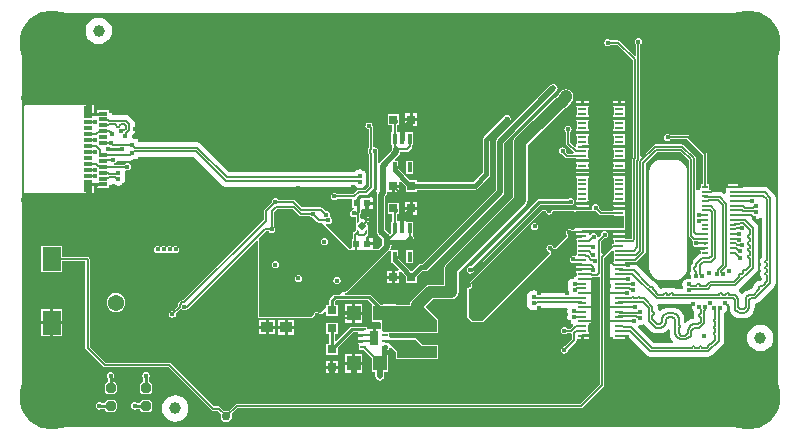
<source format=gbl>
G04*
G04 #@! TF.GenerationSoftware,Altium Limited,Altium Designer,21.2.2 (38)*
G04*
G04 Layer_Physical_Order=4*
G04 Layer_Color=16711680*
%FSLAX44Y44*%
%MOMM*%
G71*
G04*
G04 #@! TF.SameCoordinates,2A6C1C92-B5F8-495A-87A3-FCD029FF8D19*
G04*
G04*
G04 #@! TF.FilePolarity,Positive*
G04*
G01*
G75*
%ADD11C,0.2000*%
%ADD12C,0.2540*%
%ADD17R,0.6200X0.6200*%
%ADD30R,1.0000X0.9000*%
%ADD39C,1.0000*%
%ADD57C,0.1308*%
%ADD58C,0.1778*%
%ADD60C,0.7500*%
%ADD61C,0.2500*%
%ADD62C,1.0160*%
%ADD63C,0.1500*%
%ADD64C,0.2500*%
%ADD65C,0.1524*%
%ADD66C,0.3810*%
%ADD67C,0.5000*%
%ADD69C,0.4000*%
%ADD70C,0.5080*%
%ADD71C,0.2200*%
%ADD72C,5.3000*%
%ADD73C,5.5000*%
%ADD74O,1.9000X1.1000*%
%ADD75O,2.4000X1.1000*%
%ADD76C,1.3680*%
%ADD77R,1.3680X1.3680*%
%ADD78C,0.4000*%
%ADD79C,0.6096*%
%ADD80C,0.4064*%
%ADD82R,0.5000X0.2200*%
%ADD83R,0.7000X1.3000*%
%ADD84R,0.5000X0.2500*%
%ADD85R,0.3000X0.3000*%
%ADD86R,0.4000X0.9000*%
%ADD87R,0.7000X0.3000*%
%ADD88R,0.7000X1.0000*%
G04:AMPARAMS|DCode=89|XSize=0.8mm|YSize=0.8mm|CornerRadius=0.2mm|HoleSize=0mm|Usage=FLASHONLY|Rotation=90.000|XOffset=0mm|YOffset=0mm|HoleType=Round|Shape=RoundedRectangle|*
%AMROUNDEDRECTD89*
21,1,0.8000,0.4000,0,0,90.0*
21,1,0.4000,0.8000,0,0,90.0*
1,1,0.4000,0.2000,0.2000*
1,1,0.4000,0.2000,-0.2000*
1,1,0.4000,-0.2000,-0.2000*
1,1,0.4000,-0.2000,0.2000*
%
%ADD89ROUNDEDRECTD89*%
%ADD90R,1.5000X2.0000*%
%ADD91R,0.1500X0.1500*%
%ADD92R,0.1500X0.1500*%
%ADD93P,0.6788X4X270.0*%
%ADD94R,0.7500X0.2200*%
%ADD95R,3.4000X1.0000*%
%ADD96R,0.7600X0.7000*%
%ADD97R,0.7000X0.7600*%
%ADD98R,1.1430X1.2700*%
%ADD99C,0.2100*%
%ADD100C,0.8000*%
G36*
X30000Y355079D02*
X624600D01*
X624823Y355124D01*
X628608Y354751D01*
X632463Y353582D01*
X636015Y351683D01*
X639128Y349128D01*
X641683Y346015D01*
X643582Y342463D01*
X644751Y338608D01*
X645124Y334824D01*
X645079Y334600D01*
X645079Y30000D01*
X645139Y29702D01*
X644685Y25090D01*
X643252Y20368D01*
X640927Y16017D01*
X637797Y12203D01*
X633983Y9073D01*
X629632Y6748D01*
X624910Y5315D01*
X620298Y4861D01*
X620000Y4920D01*
X30000D01*
X29702Y4861D01*
X25090Y5315D01*
X20368Y6748D01*
X16017Y9073D01*
X12203Y12203D01*
X9073Y16017D01*
X6748Y20368D01*
X5315Y25090D01*
X4956Y28744D01*
X4921Y30000D01*
X4920Y31263D01*
X4920Y330000D01*
X4861Y330298D01*
X5315Y334910D01*
X6748Y339632D01*
X9073Y343983D01*
X12203Y347797D01*
X16017Y350927D01*
X20368Y353252D01*
X25090Y354685D01*
X29702Y355139D01*
X30000Y355079D01*
D02*
G37*
%LPC*%
G36*
X70000Y351237D02*
X67092Y350854D01*
X64381Y349732D01*
X62054Y347946D01*
X60268Y345619D01*
X59146Y342908D01*
X58763Y340000D01*
X59146Y337092D01*
X60268Y334381D01*
X62054Y332054D01*
X64381Y330268D01*
X67092Y329146D01*
X70000Y328763D01*
X72908Y329146D01*
X75619Y330268D01*
X77946Y332054D01*
X79732Y334381D01*
X80854Y337092D01*
X81237Y340000D01*
X80854Y342908D01*
X79732Y345619D01*
X77946Y347946D01*
X75619Y349732D01*
X72908Y350854D01*
X70000Y351237D01*
D02*
G37*
G36*
X526879Y334072D02*
X525702Y333838D01*
X524704Y333172D01*
X524038Y332174D01*
X523804Y330997D01*
X524038Y329821D01*
X524704Y328823D01*
X524995Y328628D01*
Y319188D01*
X523822Y318702D01*
X511151Y331374D01*
X510566Y331764D01*
X509878Y331901D01*
X503455D01*
X503205Y332275D01*
X502207Y332942D01*
X501030Y333176D01*
X499854Y332942D01*
X498856Y332275D01*
X498189Y331277D01*
X497955Y330101D01*
X498189Y328924D01*
X498856Y327926D01*
X499854Y327259D01*
X501030Y327025D01*
X502207Y327259D01*
X503205Y327926D01*
X503455Y328300D01*
X509132D01*
X522129Y315302D01*
Y232638D01*
X521903Y232298D01*
X521765Y231609D01*
Y164378D01*
X521189Y163801D01*
X515940D01*
Y164730D01*
X510650D01*
X505360D01*
Y163360D01*
X505884D01*
Y159451D01*
X505429D01*
X504740Y159314D01*
X504156Y158923D01*
X496552Y151320D01*
X495379Y151806D01*
Y161781D01*
X497980Y164382D01*
X498448Y164289D01*
X499638Y164526D01*
X500646Y165199D01*
X501319Y166208D01*
X501556Y167397D01*
X501319Y168586D01*
X500646Y169594D01*
X499638Y170268D01*
X498448Y170504D01*
X497259Y170268D01*
X496251Y169594D01*
X495577Y168586D01*
X495341Y167397D01*
X495434Y166929D01*
X493183Y164678D01*
X492012Y165303D01*
X492131Y165899D01*
X491897Y167076D01*
X491230Y168073D01*
X490233Y168740D01*
X489056Y168974D01*
X487879Y168740D01*
X486881Y168073D01*
X486215Y167076D01*
X486159Y166794D01*
X485910Y166652D01*
X484640Y167388D01*
Y168730D01*
X479350D01*
Y171270D01*
X484640D01*
Y171800D01*
X505360D01*
Y171270D01*
X510650D01*
X515940D01*
Y172640D01*
X515500Y172900D01*
Y183100D01*
X515416Y183302D01*
Y187360D01*
X515940D01*
Y188730D01*
X510650D01*
X505360D01*
Y187801D01*
X495720D01*
X493715Y189805D01*
X493803Y190246D01*
X493569Y191423D01*
X492902Y192420D01*
X491905Y193087D01*
X490728Y193321D01*
X489551Y193087D01*
X488554Y192420D01*
X487887Y191423D01*
X487653Y190246D01*
X487807Y189470D01*
X487057Y188200D01*
X484640D01*
Y188730D01*
X479350D01*
X473889D01*
X473751Y188179D01*
X472892Y188008D01*
X472032Y188179D01*
X471921Y188157D01*
X471817Y188200D01*
X454245D01*
X453949Y188077D01*
X453634Y188014D01*
X453572Y187921D01*
X453468Y187878D01*
X453345Y187581D01*
X453167Y187314D01*
X453055Y186752D01*
X452632Y186118D01*
X451998Y185695D01*
X451250Y185546D01*
X450502Y185695D01*
X449868Y186118D01*
X449445Y186752D01*
X449333Y187314D01*
X449155Y187581D01*
X449032Y187878D01*
X448928Y187921D01*
X448866Y188014D01*
X448551Y188077D01*
X448255Y188200D01*
X445418D01*
X444640Y187878D01*
X384429Y127666D01*
X384306Y127370D01*
X384128Y127103D01*
X384150Y126993D01*
X384107Y126888D01*
X384230Y126592D01*
X384292Y126277D01*
X384837Y125462D01*
X384986Y124714D01*
X384837Y123966D01*
X384414Y123332D01*
X383780Y122909D01*
X382817Y122718D01*
X382551Y122539D01*
X382254Y122416D01*
X382211Y122312D01*
X382118Y122250D01*
X382055Y121935D01*
X381932Y121639D01*
Y98044D01*
X382254Y97266D01*
X385556Y93964D01*
X386334Y93642D01*
X394970D01*
X395748Y93964D01*
X452723Y150940D01*
X452799Y151122D01*
X452944Y151256D01*
X452954Y151496D01*
X453046Y151718D01*
X452970Y151900D01*
X452978Y152097D01*
X452496Y153411D01*
X452404Y153510D01*
X452378Y153643D01*
X452129Y153809D01*
X451926Y154030D01*
X451791Y154035D01*
X451678Y154110D01*
X451252Y154195D01*
X450618Y154618D01*
X450195Y155252D01*
X450046Y156000D01*
X450195Y156748D01*
X450619Y157382D01*
X451252Y157805D01*
X452000Y157954D01*
X452748Y157805D01*
X453382Y157381D01*
X453805Y156748D01*
X453890Y156322D01*
X453965Y156209D01*
X453970Y156074D01*
X454191Y155871D01*
X454357Y155622D01*
X454490Y155596D01*
X454590Y155504D01*
X455903Y155022D01*
X456100Y155030D01*
X456282Y154955D01*
X456504Y155046D01*
X456744Y155056D01*
X456878Y155201D01*
X457060Y155277D01*
X467031Y165248D01*
X467053Y165301D01*
X467104Y165328D01*
X467212Y165683D01*
X467354Y166026D01*
X467332Y166079D01*
X467348Y166134D01*
X467224Y167397D01*
X467197Y167448D01*
X467208Y167504D01*
X467020Y167785D01*
X466990Y167936D01*
X466445Y168752D01*
X466296Y169500D01*
X466445Y170248D01*
X466868Y170882D01*
X467502Y171305D01*
X468250Y171454D01*
X468998Y171305D01*
X469813Y170760D01*
X470096Y170704D01*
X470354Y170577D01*
X471744Y170488D01*
X471779Y170500D01*
X471814Y170486D01*
X472173Y170635D01*
X472540Y170760D01*
X472557Y170794D01*
X472591Y170808D01*
X472789Y171006D01*
X474059Y170480D01*
Y167270D01*
X479350D01*
Y164730D01*
X474059D01*
Y163360D01*
X474584D01*
Y149854D01*
X473313Y149175D01*
X472945Y149422D01*
X471756Y149658D01*
X470566Y149422D01*
X469558Y148748D01*
X468885Y147740D01*
X468648Y146550D01*
X468885Y145361D01*
X469558Y144353D01*
X470566Y143679D01*
X471756Y143443D01*
X472789Y143648D01*
X473137Y143544D01*
X473527Y143270D01*
X479350D01*
Y140730D01*
X474059D01*
Y139270D01*
X479350D01*
Y136730D01*
X474059D01*
Y135360D01*
X474584D01*
Y133693D01*
X474059Y132640D01*
X473120Y131933D01*
X473000Y131957D01*
X470720Y131503D01*
X468788Y130212D01*
X467497Y128279D01*
X467043Y126000D01*
X467497Y123721D01*
X467671Y123460D01*
X467497Y123200D01*
X467043Y120920D01*
X467323Y119517D01*
X466349Y118247D01*
X442699D01*
X442362Y118751D01*
X440429Y120043D01*
X438150Y120496D01*
X435871Y120043D01*
X433938Y118751D01*
X432647Y116819D01*
X432194Y114540D01*
X432647Y112260D01*
X432821Y112000D01*
X432647Y111739D01*
X432194Y109460D01*
X432647Y107180D01*
X433938Y105248D01*
X435871Y103957D01*
X438150Y103503D01*
X440429Y103957D01*
X442362Y105248D01*
X442699Y105752D01*
X466209D01*
X466930Y104482D01*
X466543Y102540D01*
X466997Y100260D01*
X467171Y100000D01*
X466997Y99739D01*
X466543Y97460D01*
X466997Y95180D01*
X468288Y93248D01*
X470220Y91957D01*
X471181Y91765D01*
X471599Y90387D01*
X469058Y87846D01*
X466479D01*
X466230Y88220D01*
X465232Y88887D01*
X464055Y89121D01*
X462878Y88887D01*
X461881Y88220D01*
X461214Y87222D01*
X460980Y86046D01*
X461214Y84869D01*
X461881Y83871D01*
X462878Y83205D01*
X464055Y82971D01*
X465232Y83205D01*
X466230Y83871D01*
X466479Y84245D01*
X469804D01*
X470906Y83247D01*
Y79008D01*
X464616Y72719D01*
X464175Y72807D01*
X462998Y72572D01*
X462001Y71906D01*
X461334Y70908D01*
X461100Y69731D01*
X461334Y68555D01*
X462001Y67557D01*
X462998Y66890D01*
X464175Y66656D01*
X465352Y66890D01*
X466349Y67557D01*
X467016Y68555D01*
X467250Y69731D01*
X467162Y70172D01*
X473979Y76989D01*
X474370Y77573D01*
X474507Y78263D01*
Y79360D01*
X478080D01*
Y82000D01*
X479350D01*
Y83270D01*
X484640D01*
Y84640D01*
X484115D01*
Y91360D01*
X484640D01*
Y93090D01*
X486909D01*
Y105090D01*
Y117090D01*
Y130207D01*
X487282Y131081D01*
X487976Y131400D01*
X492144D01*
X492833Y131537D01*
X493099Y131716D01*
X494369Y131241D01*
Y41295D01*
X477226Y24153D01*
X186676D01*
X185987Y24016D01*
X185403Y23625D01*
X179889Y18111D01*
X179839Y18145D01*
X177979Y18515D01*
X176279Y18176D01*
X172935Y21521D01*
X172351Y21911D01*
X171661Y22048D01*
X167498D01*
X131123Y58423D01*
X130539Y58814D01*
X129850Y58951D01*
X75676D01*
X62253Y72374D01*
Y147000D01*
X62116Y147689D01*
X61725Y148273D01*
X61141Y148664D01*
X60452Y148801D01*
X38516D01*
Y158016D01*
X21484D01*
Y135984D01*
X38516D01*
Y145199D01*
X58651D01*
Y71628D01*
X58788Y70939D01*
X59179Y70355D01*
X73657Y55877D01*
X74241Y55486D01*
X74930Y55349D01*
X129104D01*
X165479Y18974D01*
X166063Y18584D01*
X166752Y18447D01*
X170916D01*
X173633Y15730D01*
X173490Y15515D01*
X173120Y13655D01*
X173490Y11796D01*
X174543Y10219D01*
X176119Y9166D01*
X177979Y8796D01*
X179839Y9166D01*
X181415Y10219D01*
X182469Y11796D01*
X182838Y13655D01*
X182469Y15515D01*
X182435Y15565D01*
X187421Y20551D01*
X477972D01*
X478661Y20689D01*
X479245Y21079D01*
X497443Y39276D01*
X497834Y39861D01*
X497971Y40550D01*
Y147645D01*
X504711Y154385D01*
X505884Y153899D01*
Y144640D01*
X505360D01*
Y142910D01*
X503090D01*
Y129090D01*
Y117090D01*
Y105090D01*
Y93090D01*
Y81090D01*
X505360D01*
Y79360D01*
X515940D01*
Y81090D01*
X518039D01*
X533765Y65363D01*
X533765Y65363D01*
X535242Y64377D01*
X536983Y64030D01*
X586082D01*
X586082Y64030D01*
X587824Y64377D01*
X589300Y65363D01*
X598142Y74205D01*
X598142Y74205D01*
X599129Y75682D01*
X599475Y77424D01*
X599475Y77424D01*
Y100981D01*
X600196Y101463D01*
X601487Y103395D01*
X601941Y105675D01*
X601495Y107913D01*
X601465Y108141D01*
X602160Y109183D01*
X603863D01*
Y106081D01*
X603886Y105963D01*
X604187Y103675D01*
X605116Y101433D01*
X606593Y99508D01*
X608518Y98031D01*
X610760Y97103D01*
X613047Y96802D01*
X613165Y96778D01*
X615970D01*
X616087Y96802D01*
X618375Y97103D01*
X620617Y98031D01*
X622542Y99508D01*
X624019Y101433D01*
X624947Y103675D01*
X625249Y105963D01*
X625272Y106081D01*
Y108081D01*
X625735Y109183D01*
X627477Y109530D01*
X628953Y110517D01*
X641908Y123471D01*
X641908Y123471D01*
X642894Y124948D01*
X643241Y126689D01*
X643241Y126690D01*
Y198495D01*
X643241Y198495D01*
X642894Y200237D01*
X641908Y201714D01*
X636924Y206698D01*
X635447Y207685D01*
X633705Y208031D01*
X633705Y208031D01*
X614250D01*
X614218Y208037D01*
X613310Y208910D01*
X613310Y208910D01*
X613310Y208910D01*
X611040D01*
Y210640D01*
X602960D01*
Y208910D01*
X600690D01*
Y202331D01*
X599517Y201845D01*
X598772Y202590D01*
X597295Y203577D01*
X595553Y203923D01*
X595553Y203923D01*
X590235D01*
X589310Y204107D01*
Y204910D01*
X587040D01*
Y206640D01*
X586516D01*
Y210116D01*
X584801D01*
Y235697D01*
X584664Y236386D01*
X584273Y236970D01*
X569957Y251286D01*
X569373Y251677D01*
X568684Y251814D01*
X554002D01*
X553737Y252211D01*
X552728Y252884D01*
X551539Y253121D01*
X550350Y252884D01*
X549342Y252211D01*
X548668Y251202D01*
X548431Y250013D01*
X548668Y248824D01*
X549342Y247816D01*
X550350Y247142D01*
X551539Y246905D01*
X552728Y247142D01*
X553737Y247816D01*
X554002Y248213D01*
X567938D01*
X581199Y234951D01*
Y210116D01*
X579484D01*
Y206640D01*
X578960D01*
Y204910D01*
X576690D01*
X575817Y205818D01*
Y232247D01*
X575680Y232936D01*
X575289Y233520D01*
X565478Y243331D01*
X564894Y243722D01*
X564205Y243859D01*
X541131D01*
X540442Y243722D01*
X539858Y243331D01*
X529867Y233340D01*
X528597Y233866D01*
Y328518D01*
X529053Y328823D01*
X529720Y329821D01*
X529954Y330997D01*
X529720Y332174D01*
X529053Y333172D01*
X528055Y333838D01*
X526879Y334072D01*
D02*
G37*
G36*
X515940Y280640D02*
X511920D01*
Y279270D01*
X515940D01*
Y280640D01*
D02*
G37*
G36*
X509380D02*
X505360D01*
Y279270D01*
X509380D01*
Y280640D01*
D02*
G37*
G36*
X484640D02*
X480620D01*
Y279270D01*
X484640D01*
Y280640D01*
D02*
G37*
G36*
X478080D02*
X474059D01*
Y279270D01*
X478080D01*
Y280640D01*
D02*
G37*
G36*
X515940Y276730D02*
X510650D01*
X505360D01*
Y275360D01*
X505884D01*
Y268640D01*
X505360D01*
Y267270D01*
X510650D01*
X515940D01*
Y268640D01*
X515416D01*
Y275360D01*
X515940D01*
Y276730D01*
D02*
G37*
G36*
X484640Y276730D02*
X479350D01*
X474059D01*
Y275360D01*
X474584D01*
Y268640D01*
X474059D01*
Y267270D01*
X479350D01*
X484640D01*
Y268640D01*
X484115D01*
Y275360D01*
X484640D01*
Y276730D01*
D02*
G37*
G36*
X339574Y270148D02*
X335804D01*
Y266078D01*
X339574D01*
Y270148D01*
D02*
G37*
G36*
X333264D02*
X329494D01*
Y266078D01*
X333264D01*
Y270148D01*
D02*
G37*
G36*
X339574Y263538D02*
X335804D01*
Y259468D01*
X339574D01*
Y263538D01*
D02*
G37*
G36*
X333264D02*
X329494D01*
Y259468D01*
X333264D01*
Y263538D01*
D02*
G37*
G36*
X515940Y264730D02*
X510650D01*
X505360D01*
Y263360D01*
X505884D01*
Y256640D01*
X505360D01*
Y255270D01*
X510650D01*
X515940D01*
Y256640D01*
X515416D01*
Y263360D01*
X515940D01*
Y264730D01*
D02*
G37*
G36*
X484640Y264730D02*
X479350D01*
X474059D01*
Y263360D01*
X474584D01*
Y256640D01*
X474059D01*
Y255270D01*
X479350D01*
X484640D01*
Y256640D01*
X484115D01*
Y263360D01*
X484640D01*
Y264730D01*
D02*
G37*
G36*
X515940Y252730D02*
X510650D01*
X505360D01*
Y251360D01*
X505884D01*
Y244640D01*
X505360D01*
Y243270D01*
X510650D01*
X515940D01*
Y244640D01*
X515416D01*
Y251360D01*
X515940D01*
Y252730D01*
D02*
G37*
G36*
X467223Y259724D02*
X466047Y259490D01*
X465049Y258823D01*
X464382Y257825D01*
X464148Y256649D01*
X464382Y255472D01*
X465049Y254474D01*
X465423Y254224D01*
Y244429D01*
X465560Y243740D01*
X465950Y243156D01*
X472036Y237071D01*
X471549Y235800D01*
X467210D01*
X465533Y237477D01*
X465722Y238425D01*
X465488Y239602D01*
X464821Y240600D01*
X463823Y241266D01*
X462647Y241500D01*
X461470Y241266D01*
X460472Y240600D01*
X459806Y239602D01*
X459571Y238425D01*
X459806Y237248D01*
X460472Y236251D01*
X461470Y235584D01*
X462548Y235370D01*
X465191Y232727D01*
X465775Y232336D01*
X466464Y232199D01*
X474059D01*
Y231270D01*
X479350D01*
X484640D01*
Y232640D01*
X484115D01*
Y239360D01*
X484640D01*
Y240730D01*
X479350D01*
Y243270D01*
X484640D01*
Y244640D01*
X484115D01*
Y251360D01*
X484640D01*
Y252730D01*
X479350D01*
X474059D01*
Y251360D01*
X474584D01*
Y244640D01*
X474059D01*
Y241799D01*
X472886Y241313D01*
X469024Y245175D01*
Y254224D01*
X469398Y254474D01*
X470064Y255472D01*
X470299Y256649D01*
X470064Y257825D01*
X469398Y258823D01*
X468400Y259490D01*
X467223Y259724D01*
D02*
G37*
G36*
X515940Y240730D02*
X510650D01*
X505360D01*
Y239360D01*
X505884D01*
Y232640D01*
X505360D01*
Y231270D01*
X510650D01*
X515940D01*
Y232640D01*
X515416D01*
Y239360D01*
X515940D01*
Y240730D01*
D02*
G37*
G36*
Y228730D02*
X510650D01*
X505360D01*
Y227360D01*
X505884D01*
Y224640D01*
X505360D01*
Y223270D01*
X510650D01*
X515940D01*
Y224640D01*
X515416D01*
Y227360D01*
X515940D01*
Y228730D01*
D02*
G37*
G36*
X484640Y228730D02*
X479350D01*
X474059D01*
Y227360D01*
X474584D01*
Y224640D01*
X474059D01*
Y223270D01*
X479350D01*
X484640D01*
Y224640D01*
X484115D01*
Y227360D01*
X484640D01*
Y228730D01*
D02*
G37*
G36*
X515940Y220730D02*
X510650D01*
X505360D01*
Y219270D01*
X510650D01*
X515940D01*
Y220730D01*
D02*
G37*
G36*
X484640Y220730D02*
X479350D01*
X474059D01*
Y219270D01*
X479350D01*
X484640D01*
Y220730D01*
D02*
G37*
G36*
X336430Y230132D02*
X330398D01*
Y219100D01*
X336430D01*
Y230132D01*
D02*
G37*
G36*
X454994Y295003D02*
X453622Y294730D01*
X452459Y293953D01*
X452458Y293952D01*
X407167Y248661D01*
X406390Y247498D01*
X406117Y246126D01*
Y204875D01*
X344278Y143036D01*
X342635D01*
X341458Y142802D01*
X340461Y142135D01*
X340461Y142135D01*
X335363Y137038D01*
X333705D01*
X333274Y137469D01*
X333272Y137479D01*
X332605Y138476D01*
X332605Y138476D01*
X323489Y147592D01*
Y148819D01*
X323430Y149116D01*
Y154335D01*
X318547D01*
X317758Y154335D01*
X316957Y155422D01*
X317226Y155824D01*
X317499Y157196D01*
X317498Y157199D01*
X318541Y158469D01*
X329946D01*
X329946Y158469D01*
X331123Y158703D01*
X332120Y159370D01*
X335588Y162838D01*
X336255Y163835D01*
X336489Y165012D01*
X336286Y166033D01*
X336430Y167303D01*
X336430Y167303D01*
Y178335D01*
X330454D01*
Y178859D01*
X328184D01*
Y172819D01*
X325644D01*
Y178859D01*
X323374D01*
X322469Y179741D01*
Y184942D01*
X323810D01*
Y194574D01*
X314778D01*
Y184942D01*
X318358D01*
Y178335D01*
X317398D01*
Y168538D01*
X316518Y167658D01*
X316449Y167665D01*
X312703Y171411D01*
Y199977D01*
X312794Y200068D01*
X313572Y201231D01*
X313766Y202211D01*
X314254Y203279D01*
X318024D01*
Y208619D01*
X319294D01*
Y209889D01*
X324334D01*
Y212188D01*
X325507Y212674D01*
X329937Y208244D01*
X329937Y208244D01*
X330018Y208190D01*
Y203803D01*
X339050D01*
Y205544D01*
X388196D01*
X388197Y205543D01*
X389373Y205778D01*
X390371Y206444D01*
X400192Y216266D01*
X400192Y216266D01*
X400859Y217263D01*
X401093Y218440D01*
Y246764D01*
X417625Y263296D01*
X417764Y263389D01*
X418438Y264398D01*
X418674Y265587D01*
X418438Y266776D01*
X417764Y267784D01*
X416756Y268458D01*
X415567Y268694D01*
X414378Y268458D01*
X413369Y267784D01*
X413276Y267645D01*
X395844Y250212D01*
X395177Y249215D01*
X394943Y248038D01*
X394943Y248038D01*
Y219714D01*
X386923Y211694D01*
X339050D01*
Y213435D01*
X333445D01*
X323489Y223390D01*
Y224616D01*
X323430Y224913D01*
Y230132D01*
X321187D01*
X320701Y231306D01*
X324120Y234725D01*
X324898Y235888D01*
X325170Y237260D01*
Y237721D01*
X331071D01*
X331071Y237721D01*
X331857Y237877D01*
X332524Y238323D01*
X334867Y240666D01*
X334868Y240666D01*
X335313Y241332D01*
X335470Y242119D01*
Y243100D01*
X336430D01*
Y254132D01*
X330454D01*
Y254656D01*
X328184D01*
Y248616D01*
X325644D01*
Y254656D01*
X323374D01*
X322469Y255539D01*
Y259992D01*
X323810D01*
Y269624D01*
X314778D01*
Y259992D01*
X318358D01*
Y254132D01*
X317398D01*
Y243100D01*
X318358D01*
Y241275D01*
X318274Y241148D01*
X318001Y239776D01*
Y238745D01*
X307725Y228469D01*
X307264Y227780D01*
X305994Y228165D01*
Y236454D01*
X306525Y237248D01*
X306759Y238425D01*
X306525Y239602D01*
X305858Y240600D01*
X304861Y241266D01*
X303684Y241500D01*
X303333Y241430D01*
X302063Y242381D01*
Y258041D01*
X301925Y258735D01*
X301727Y259031D01*
X301828Y259538D01*
X301594Y260715D01*
X300927Y261713D01*
X299930Y262379D01*
X298753Y262614D01*
X297576Y262379D01*
X296579Y261713D01*
X295912Y260715D01*
X295678Y259538D01*
X295912Y258362D01*
X296579Y257364D01*
X297576Y256698D01*
X298437Y256526D01*
Y240993D01*
X298231Y240684D01*
X298093Y239990D01*
Y236860D01*
X298231Y236167D01*
X298437Y235858D01*
Y208251D01*
X295805Y205618D01*
X294303D01*
X293918Y206888D01*
X295239Y207770D01*
X296523Y209692D01*
X296974Y211959D01*
X296523Y214226D01*
X296362Y214467D01*
X296523Y214708D01*
X296974Y216975D01*
X296523Y219242D01*
X295239Y221164D01*
X293317Y222448D01*
X291050Y222899D01*
X288783Y222448D01*
X286861Y221164D01*
X286561Y220715D01*
X244050D01*
X243997Y220704D01*
X180487D01*
X156836Y244355D01*
X155281Y245394D01*
X153448Y245758D01*
X103447D01*
Y248821D01*
X98789D01*
X97747Y250091D01*
X97959Y251158D01*
X97937Y251268D01*
X99332Y252663D01*
X100370Y254217D01*
X100735Y256051D01*
Y260887D01*
X100370Y262721D01*
X99332Y264275D01*
X96250Y267356D01*
X94696Y268395D01*
X92863Y268759D01*
X80949D01*
Y270310D01*
X78679D01*
Y273040D01*
X68599D01*
Y270310D01*
X66329D01*
X65679Y271311D01*
Y277540D01*
X61909D01*
Y271000D01*
X59369D01*
Y277540D01*
X55599D01*
X55599Y277540D01*
X54329Y277026D01*
X54142Y277104D01*
X7640D01*
X6862Y276782D01*
X6540Y276004D01*
Y204004D01*
X6862Y203226D01*
X7640Y202904D01*
X54142D01*
X54329Y202981D01*
X55599Y202460D01*
Y202460D01*
X59369D01*
Y209000D01*
X61909D01*
Y202460D01*
X65679D01*
Y208689D01*
X66329Y209690D01*
X68599D01*
Y206960D01*
X78679D01*
Y209690D01*
X80949D01*
Y210445D01*
X82219Y210830D01*
X82237Y210803D01*
X84169Y209512D01*
X86448Y209059D01*
X88728Y209512D01*
X90660Y210803D01*
X91952Y212736D01*
X92405Y215015D01*
X91952Y217295D01*
X91777Y217555D01*
X91952Y217816D01*
X92405Y220095D01*
X92207Y221092D01*
X92421Y221405D01*
X93308Y222064D01*
X94113Y221904D01*
X95302Y222141D01*
X96310Y222814D01*
X96984Y223823D01*
X97221Y225012D01*
X96984Y226201D01*
X96310Y227209D01*
X95302Y227883D01*
X94113Y228120D01*
X92924Y227883D01*
X91916Y227209D01*
X91658Y226825D01*
X83221D01*
X83096Y228095D01*
X83328Y228141D01*
X84336Y228815D01*
X85010Y229823D01*
X85089Y230221D01*
X96638D01*
X98472Y230585D01*
X99392Y231201D01*
X103447D01*
Y233263D01*
X150257D01*
X173908Y209612D01*
X175462Y208574D01*
X177296Y208209D01*
X245246D01*
X245300Y208220D01*
X286561D01*
X286861Y207770D01*
X288783Y206486D01*
X288796Y206484D01*
X289064Y205136D01*
X288991Y205087D01*
X285532Y201628D01*
X271820D01*
X271578Y201990D01*
X270581Y202656D01*
X269404Y202890D01*
X268227Y202656D01*
X267230Y201990D01*
X266563Y200992D01*
X266329Y199815D01*
X266563Y198639D01*
X267230Y197641D01*
X268227Y196974D01*
X269404Y196740D01*
X270581Y196974D01*
X271578Y197641D01*
X271820Y198003D01*
X284322D01*
Y189892D01*
X285684D01*
X285699Y189846D01*
X284830Y188454D01*
X284578Y188404D01*
X283580Y187738D01*
X282914Y186740D01*
X282680Y185563D01*
X282914Y184387D01*
X283580Y183389D01*
X284578Y182722D01*
X285755Y182488D01*
X286567Y182650D01*
X287518Y182111D01*
X287763Y181751D01*
X287538Y181208D01*
Y177608D01*
X287860Y176830D01*
X287757Y175498D01*
X287366Y175108D01*
X287757Y174717D01*
X287860Y173385D01*
X287538Y172608D01*
Y170472D01*
X287271Y170204D01*
X286942D01*
X286248Y170066D01*
X285660Y169673D01*
X285267Y169085D01*
X285129Y168391D01*
Y164005D01*
X284084D01*
Y155773D01*
X282950Y155444D01*
X282396D01*
X262222Y175618D01*
X262608Y177027D01*
X262932Y177110D01*
X263229Y176912D01*
X264405Y176678D01*
X265582Y176912D01*
X266580Y177579D01*
X267246Y178577D01*
X267480Y179753D01*
X267246Y180930D01*
X266580Y181928D01*
X266208Y182176D01*
X265399Y183250D01*
X265635Y184439D01*
X265399Y185629D01*
X264725Y186637D01*
X263717Y187310D01*
X262528Y187547D01*
X262074Y187457D01*
X259531Y190000D01*
X258943Y190392D01*
X258249Y190530D01*
X241756D01*
X235652Y196634D01*
X235064Y197027D01*
X234370Y197165D01*
X222005D01*
X221748Y197549D01*
X220739Y198223D01*
X219550Y198459D01*
X218361Y198223D01*
X217353Y197549D01*
X216679Y196541D01*
X216442Y195352D01*
X216533Y194898D01*
X210221Y188586D01*
X209827Y187998D01*
X209690Y187304D01*
Y180132D01*
X141609Y112051D01*
X140850D01*
X140156Y111913D01*
X139568Y111520D01*
X137336Y109288D01*
X136943Y108700D01*
X136805Y108006D01*
Y107248D01*
X132788Y103230D01*
X132334Y103320D01*
X131145Y103084D01*
X130136Y102410D01*
X129463Y101402D01*
X129226Y100213D01*
X129463Y99023D01*
X130136Y98015D01*
X131145Y97341D01*
X132334Y97105D01*
X133523Y97341D01*
X134531Y98015D01*
X135205Y99023D01*
X135442Y100213D01*
X135351Y100666D01*
X139034Y104349D01*
X140231Y104231D01*
X141239Y103557D01*
X142428Y103321D01*
X143617Y103557D01*
X144626Y104231D01*
X144883Y104615D01*
X145036D01*
X145730Y104753D01*
X146318Y105146D01*
X203449Y162278D01*
X204623Y161792D01*
X204623Y118119D01*
X204505Y117835D01*
Y98912D01*
X204589Y98710D01*
Y98492D01*
X204623Y98458D01*
Y97764D01*
X204945Y96986D01*
X205723Y96664D01*
X250655Y96664D01*
X250725Y96693D01*
X250799Y96674D01*
X251105Y96851D01*
X251433Y96986D01*
X251462Y97057D01*
X251528Y97095D01*
X252502Y98365D01*
X252511Y98402D01*
X252543Y98423D01*
X252619Y98804D01*
X252719Y99178D01*
X252700Y99211D01*
X252707Y99249D01*
X252690Y99334D01*
X252839Y100082D01*
X253263Y100716D01*
X253896Y101139D01*
X254644Y101288D01*
X255392Y101139D01*
X256208Y100594D01*
X256409Y100555D01*
X256613Y100418D01*
X256669Y100429D01*
X256719Y100402D01*
X257983Y100278D01*
X258037Y100295D01*
X258090Y100273D01*
X258433Y100415D01*
X258788Y100522D01*
X258815Y100573D01*
X258868Y100595D01*
X261398Y103125D01*
X262571Y102639D01*
Y99005D01*
X272203D01*
Y108037D01*
X269698D01*
Y110595D01*
X271165Y112063D01*
X298182D01*
X300803Y109442D01*
X301180Y108278D01*
X301180D01*
X301180Y108278D01*
Y93546D01*
X307816D01*
X308714Y92648D01*
X308714Y88857D01*
X308104Y87840D01*
X307444Y87840D01*
X304334D01*
Y79800D01*
X301794D01*
Y87840D01*
X298024D01*
X297080Y88627D01*
Y89566D01*
X293787D01*
X293564Y89610D01*
X284494D01*
X283610Y89434D01*
X282861Y88933D01*
X270871Y76944D01*
X269698Y77430D01*
Y83765D01*
X272203D01*
Y92797D01*
X262571D01*
Y83765D01*
X265077D01*
Y75009D01*
X262571D01*
Y65977D01*
X272203D01*
Y71741D01*
X285451Y84989D01*
X289524D01*
Y83570D01*
X293564D01*
Y81030D01*
X289524D01*
Y78570D01*
X293564D01*
Y76030D01*
X289524D01*
Y74510D01*
X290048D01*
Y70034D01*
X294173D01*
X301156Y63051D01*
X301180Y62929D01*
Y51046D01*
X304285D01*
Y47498D01*
X304561Y46111D01*
X305347Y44934D01*
X306523Y44148D01*
X307911Y43872D01*
X309298Y44148D01*
X310475Y44934D01*
X311261Y46111D01*
X311537Y47498D01*
Y51046D01*
X314642D01*
Y65778D01*
X314352D01*
Y69489D01*
X314738Y69875D01*
X314739Y69875D01*
X314844Y70034D01*
X316080D01*
Y71819D01*
X317253Y72305D01*
X321321Y68238D01*
Y62434D01*
X357353D01*
Y74466D01*
X344213D01*
X339280Y79399D01*
X339278Y79400D01*
X339278Y79401D01*
X338889Y79561D01*
X338502Y79721D01*
X338501Y79721D01*
X338499Y79721D01*
X317196Y79662D01*
X316080Y80929D01*
Y84350D01*
X338755D01*
X339337Y84234D01*
X339919Y84350D01*
X356337D01*
X356539Y84434D01*
X357353D01*
Y85248D01*
X357437Y85450D01*
Y95450D01*
X357353Y95652D01*
Y96466D01*
X356876D01*
X346766Y106576D01*
X352847Y112657D01*
X368554D01*
X370933Y113130D01*
X372949Y114477D01*
X374296Y116494D01*
X374769Y118872D01*
Y135856D01*
X431395Y192481D01*
X432742Y194498D01*
X433215Y196876D01*
Y243323D01*
X460579Y270687D01*
X460579Y270687D01*
X463273Y273381D01*
X463389Y273404D01*
X465405Y274751D01*
X469977Y279323D01*
X471324Y281339D01*
X471797Y283718D01*
Y284480D01*
X471324Y286859D01*
X469977Y288875D01*
X467961Y290222D01*
X465582Y290695D01*
X463204Y290222D01*
X461187Y288875D01*
X459840Y286859D01*
X459817Y286743D01*
X457985Y284911D01*
X457869Y284888D01*
X455853Y283541D01*
X451789Y279477D01*
X451789Y279477D01*
X422605Y250293D01*
X421258Y248277D01*
X420785Y245898D01*
Y199450D01*
X364159Y142825D01*
X362812Y140809D01*
X362339Y138430D01*
Y125087D01*
X350272D01*
X347894Y124614D01*
X345877Y123267D01*
X334942Y112332D01*
X333595Y110315D01*
X333176Y108209D01*
X310722Y108356D01*
X310721Y108355D01*
X310719Y108356D01*
X310529Y108278D01*
X308501D01*
X300773Y116007D01*
X300023Y116508D01*
X299139Y116683D01*
X278890D01*
X278765Y117953D01*
X279502Y118100D01*
X280665Y118877D01*
X316132Y154344D01*
X316189Y154324D01*
X316189Y154324D01*
X317393Y153888D01*
X317398Y153884D01*
X317398Y153214D01*
Y149116D01*
X317339Y148819D01*
Y146319D01*
X317339Y146319D01*
X317398Y146021D01*
Y143303D01*
X319081D01*
X324214Y138170D01*
X323688Y136900D01*
X323332Y136900D01*
X320564D01*
Y132830D01*
X324334D01*
Y135887D01*
X324334Y136254D01*
X324890Y136484D01*
X325604Y136780D01*
X327588Y134796D01*
X327590Y134786D01*
X328256Y133789D01*
X330018Y132027D01*
Y126744D01*
X339050D01*
Y132027D01*
X343909Y136886D01*
X345023D01*
X345092Y136840D01*
X346464Y136567D01*
X347836Y136840D01*
X348999Y137617D01*
X412237Y200856D01*
X413014Y202019D01*
X413287Y203391D01*
Y244641D01*
X457528Y288883D01*
X458306Y290046D01*
X458578Y291418D01*
Y291418D01*
X458306Y292790D01*
X457528Y293953D01*
X456366Y294730D01*
X454994Y295003D01*
D02*
G37*
G36*
X324334Y207349D02*
X320564D01*
Y203279D01*
X324334D01*
Y207349D01*
D02*
G37*
G36*
X515940Y216730D02*
X510650D01*
X505360D01*
Y215360D01*
X505884D01*
Y207884D01*
Y196640D01*
X505360D01*
Y195270D01*
X510650D01*
X515940D01*
Y196640D01*
X515416D01*
Y203884D01*
Y215360D01*
X515940D01*
Y216730D01*
D02*
G37*
G36*
X484640Y216730D02*
X479350D01*
X474059D01*
Y215360D01*
X474584D01*
Y207884D01*
Y196640D01*
X474059D01*
Y195270D01*
X479350D01*
X484640D01*
Y196640D01*
X484115D01*
Y203884D01*
Y215360D01*
X484640D01*
Y216730D01*
D02*
G37*
G36*
X469392Y198434D02*
X468203Y198197D01*
X467394Y197657D01*
X443021D01*
X442129Y197479D01*
X441372Y196974D01*
X385072Y140673D01*
X384556Y140776D01*
X383367Y140539D01*
X382359Y139866D01*
X381685Y138857D01*
X381448Y137668D01*
X381685Y136479D01*
X382359Y135471D01*
X383367Y134797D01*
X384556Y134560D01*
X385745Y134797D01*
X386754Y135471D01*
X387427Y136479D01*
X387445Y136567D01*
X387795Y136917D01*
X388135Y137144D01*
X443986Y192995D01*
X467394D01*
X468203Y192455D01*
X469392Y192218D01*
X470581Y192455D01*
X471590Y193129D01*
X472263Y194137D01*
X472500Y195326D01*
X472263Y196515D01*
X471590Y197523D01*
X470581Y198197D01*
X469392Y198434D01*
D02*
G37*
G36*
X515940Y192730D02*
X510650D01*
X505360D01*
Y191270D01*
X510650D01*
X515940D01*
Y192730D01*
D02*
G37*
G36*
X484640Y192730D02*
X479350D01*
X474059D01*
Y191270D01*
X479350D01*
X484640D01*
Y192730D01*
D02*
G37*
G36*
X339574Y195098D02*
X335804D01*
Y191028D01*
X339574D01*
Y195098D01*
D02*
G37*
G36*
X333264D02*
X329494D01*
Y191028D01*
X333264D01*
Y195098D01*
D02*
G37*
G36*
X339574Y188488D02*
X335804D01*
Y184418D01*
X339574D01*
Y188488D01*
D02*
G37*
G36*
X333264D02*
X329494D01*
Y184418D01*
X333264D01*
Y188488D01*
D02*
G37*
G36*
X515940Y168730D02*
X510650D01*
X505360D01*
Y167270D01*
X510650D01*
X515940D01*
Y168730D01*
D02*
G37*
G36*
X135000Y158075D02*
X133823Y157841D01*
X132826Y157174D01*
X132174D01*
X131177Y157841D01*
X130000Y158075D01*
X128823Y157841D01*
X127826Y157174D01*
X127174D01*
X126177Y157841D01*
X125000Y158075D01*
X123823Y157841D01*
X122826Y157174D01*
X122174D01*
X121177Y157841D01*
X120000Y158075D01*
X118823Y157841D01*
X117826Y157174D01*
X117159Y156177D01*
X116925Y155000D01*
X117159Y153823D01*
X117826Y152826D01*
X118823Y152159D01*
X120000Y151925D01*
X121177Y152159D01*
X122174Y152826D01*
X122826D01*
X123823Y152159D01*
X125000Y151925D01*
X126177Y152159D01*
X127174Y152826D01*
X127826D01*
X128823Y152159D01*
X130000Y151925D01*
X131177Y152159D01*
X132174Y152826D01*
X132826D01*
X133823Y152159D01*
X135000Y151925D01*
X136177Y152159D01*
X137174Y152826D01*
X137841Y153823D01*
X138075Y155000D01*
X137841Y156177D01*
X137174Y157174D01*
X136177Y157841D01*
X135000Y158075D01*
D02*
G37*
G36*
X336430Y154335D02*
X330398D01*
Y143303D01*
X336430D01*
Y154335D01*
D02*
G37*
G36*
X318024Y136900D02*
X314254D01*
Y132830D01*
X318024D01*
Y136900D01*
D02*
G37*
G36*
X324334Y130290D02*
X320564D01*
Y126220D01*
X324334D01*
Y130290D01*
D02*
G37*
G36*
X318024D02*
X314254D01*
Y126220D01*
X318024D01*
Y130290D01*
D02*
G37*
G36*
X293166Y108802D02*
X287181D01*
Y102182D01*
X293166D01*
Y108802D01*
D02*
G37*
G36*
X284641D02*
X278656D01*
Y102182D01*
X284641D01*
Y108802D01*
D02*
G37*
G36*
X84500Y117928D02*
X82448Y117658D01*
X80536Y116866D01*
X78894Y115606D01*
X77634Y113964D01*
X76842Y112052D01*
X76572Y110000D01*
X76842Y107948D01*
X77634Y106036D01*
X78894Y104394D01*
X80536Y103134D01*
X82448Y102342D01*
X84500Y102072D01*
X86552Y102342D01*
X88464Y103134D01*
X90106Y104394D01*
X91366Y106036D01*
X92158Y107948D01*
X92428Y110000D01*
X92158Y112052D01*
X91366Y113964D01*
X90106Y115606D01*
X88464Y116866D01*
X86552Y117658D01*
X84500Y117928D01*
D02*
G37*
G36*
X39040Y104540D02*
X31270D01*
Y94270D01*
X39040D01*
Y104540D01*
D02*
G37*
G36*
X28730D02*
X20960D01*
Y94270D01*
X28730D01*
Y104540D01*
D02*
G37*
G36*
X293166Y99642D02*
X287181D01*
Y93022D01*
X293166D01*
Y99642D01*
D02*
G37*
G36*
X284641D02*
X278656D01*
Y93022D01*
X284641D01*
Y99642D01*
D02*
G37*
G36*
X219044Y95289D02*
X213774D01*
Y90519D01*
X219044D01*
Y95289D01*
D02*
G37*
G36*
X211234D02*
X205964D01*
Y90519D01*
X211234D01*
Y95289D01*
D02*
G37*
G36*
X235172Y94945D02*
X229902D01*
Y90175D01*
X235172D01*
Y94945D01*
D02*
G37*
G36*
X227362D02*
X222092D01*
Y90175D01*
X227362D01*
Y94945D01*
D02*
G37*
G36*
X219044Y87979D02*
X213774D01*
Y83209D01*
X219044D01*
Y87979D01*
D02*
G37*
G36*
X211234D02*
X205964D01*
Y83209D01*
X211234D01*
Y87979D01*
D02*
G37*
G36*
X235172Y87635D02*
X229902D01*
Y82865D01*
X235172D01*
Y87635D01*
D02*
G37*
G36*
X227362D02*
X222092D01*
Y82865D01*
X227362D01*
Y87635D01*
D02*
G37*
G36*
X39040Y91730D02*
X31270D01*
Y81460D01*
X39040D01*
Y91730D01*
D02*
G37*
G36*
X28730D02*
X20960D01*
Y81460D01*
X28730D01*
Y91730D01*
D02*
G37*
G36*
X484640Y80730D02*
X480620D01*
Y79360D01*
X484640D01*
Y80730D01*
D02*
G37*
G36*
X630000Y91237D02*
X627092Y90854D01*
X624381Y89732D01*
X622054Y87946D01*
X620268Y85618D01*
X619146Y82908D01*
X618763Y80000D01*
X619146Y77092D01*
X620268Y74381D01*
X622054Y72054D01*
X624381Y70268D01*
X627092Y69146D01*
X630000Y68763D01*
X632908Y69146D01*
X635619Y70268D01*
X637946Y72054D01*
X639732Y74381D01*
X640854Y77092D01*
X641237Y80000D01*
X640854Y82908D01*
X639732Y85618D01*
X637946Y87946D01*
X635619Y89732D01*
X632908Y90854D01*
X630000Y91237D01*
D02*
G37*
G36*
X293166Y66302D02*
X287181D01*
Y59682D01*
X293166D01*
Y66302D01*
D02*
G37*
G36*
X284641D02*
X278656D01*
Y59682D01*
X284641D01*
Y66302D01*
D02*
G37*
G36*
X272727Y60293D02*
X268657D01*
Y56523D01*
X272727D01*
Y60293D01*
D02*
G37*
G36*
X266117D02*
X262047D01*
Y56523D01*
X266117D01*
Y60293D01*
D02*
G37*
G36*
X293166Y57143D02*
X287181D01*
Y50522D01*
X293166D01*
Y57143D01*
D02*
G37*
G36*
X284641D02*
X278656D01*
Y50522D01*
X284641D01*
Y57143D01*
D02*
G37*
G36*
X272727Y53983D02*
X268657D01*
Y50213D01*
X272727D01*
Y53983D01*
D02*
G37*
G36*
X266117D02*
X262047D01*
Y50213D01*
X266117D01*
Y53983D01*
D02*
G37*
G36*
X110000Y51108D02*
X108811Y50871D01*
X107802Y50198D01*
X107129Y49189D01*
X106892Y48000D01*
X107129Y46811D01*
X107669Y46002D01*
Y42509D01*
X106823Y42341D01*
X105826Y41674D01*
X105159Y40677D01*
X104925Y39500D01*
Y35500D01*
X105159Y34323D01*
X105826Y33326D01*
X106823Y32659D01*
X108000Y32425D01*
X112000D01*
X113177Y32659D01*
X114174Y33326D01*
X114841Y34323D01*
X115075Y35500D01*
Y39500D01*
X114841Y40677D01*
X114174Y41674D01*
X113177Y42341D01*
X112331Y42509D01*
Y46002D01*
X112871Y46811D01*
X113108Y48000D01*
X112871Y49189D01*
X112198Y50198D01*
X111189Y50871D01*
X110000Y51108D01*
D02*
G37*
G36*
X80000D02*
X78811Y50871D01*
X77803Y50198D01*
X77129Y49189D01*
X76892Y48000D01*
X77129Y46811D01*
X77669Y46002D01*
Y42509D01*
X76823Y42341D01*
X75826Y41674D01*
X75159Y40677D01*
X74925Y39500D01*
Y35500D01*
X75159Y34323D01*
X75826Y33326D01*
X76823Y32659D01*
X78000Y32425D01*
X82000D01*
X83177Y32659D01*
X84174Y33326D01*
X84841Y34323D01*
X85075Y35500D01*
Y39500D01*
X84841Y40677D01*
X84174Y41674D01*
X83177Y42341D01*
X82331Y42509D01*
Y46002D01*
X82871Y46811D01*
X83108Y48000D01*
X82871Y49189D01*
X82198Y50198D01*
X81189Y50871D01*
X80000Y51108D01*
D02*
G37*
G36*
X112000Y27575D02*
X108000D01*
X106823Y27341D01*
X105826Y26674D01*
X105159Y25677D01*
X104987Y24810D01*
X102528D01*
X101689Y25371D01*
X100500Y25608D01*
X99311Y25371D01*
X98302Y24697D01*
X97629Y23689D01*
X97392Y22500D01*
X97629Y21311D01*
X98302Y20303D01*
X99311Y19629D01*
X100500Y19392D01*
X101689Y19629D01*
X102528Y20190D01*
X104987D01*
X105159Y19323D01*
X105826Y18326D01*
X106823Y17659D01*
X108000Y17425D01*
X112000D01*
X113177Y17659D01*
X114174Y18326D01*
X114841Y19323D01*
X115075Y20500D01*
Y24500D01*
X114841Y25677D01*
X114174Y26674D01*
X113177Y27341D01*
X112000Y27575D01*
D02*
G37*
G36*
X82000D02*
X78000D01*
X76823Y27341D01*
X75826Y26674D01*
X75159Y25677D01*
X74987Y24810D01*
X72529D01*
X71689Y25371D01*
X70500Y25608D01*
X69311Y25371D01*
X68303Y24697D01*
X67629Y23689D01*
X67392Y22500D01*
X67629Y21311D01*
X68303Y20303D01*
X69311Y19629D01*
X70500Y19392D01*
X71689Y19629D01*
X72529Y20190D01*
X74987D01*
X75159Y19323D01*
X75826Y18326D01*
X76823Y17659D01*
X78000Y17425D01*
X82000D01*
X83177Y17659D01*
X84174Y18326D01*
X84841Y19323D01*
X85075Y20500D01*
Y24500D01*
X84841Y25677D01*
X84174Y26674D01*
X83177Y27341D01*
X82000Y27575D01*
D02*
G37*
G36*
X134673Y31665D02*
X131764Y31282D01*
X129054Y30159D01*
X126727Y28373D01*
X124941Y26046D01*
X123819Y23336D01*
X123436Y20427D01*
X123819Y17519D01*
X124941Y14809D01*
X126727Y12481D01*
X129054Y10696D01*
X131764Y9573D01*
X134673Y9190D01*
X137581Y9573D01*
X140291Y10696D01*
X142619Y12481D01*
X144404Y14809D01*
X145527Y17519D01*
X145910Y20427D01*
X145527Y23336D01*
X144404Y26046D01*
X142619Y28373D01*
X140291Y30159D01*
X137581Y31282D01*
X134673Y31665D01*
D02*
G37*
%LPD*%
G36*
X493701Y184727D02*
X494285Y184336D01*
X494974Y184199D01*
X505801D01*
X505884Y184116D01*
Y183884D01*
X506116D01*
X506900Y183100D01*
X514400D01*
Y172900D01*
X473128D01*
X471814Y171586D01*
X470424Y171674D01*
X469427Y172341D01*
X468250Y172575D01*
X467073Y172341D01*
X466076Y171674D01*
X465409Y170677D01*
X465175Y169500D01*
X465409Y168323D01*
X466076Y167326D01*
X466129Y167290D01*
X466254Y166026D01*
X456282Y156054D01*
X454968Y156536D01*
X454841Y157177D01*
X454174Y158174D01*
X453177Y158841D01*
X452000Y159075D01*
X450823Y158841D01*
X449826Y158174D01*
X449159Y157177D01*
X448925Y156000D01*
X449159Y154823D01*
X449826Y153826D01*
X450823Y153159D01*
X451464Y153032D01*
X451946Y151718D01*
X394970Y94742D01*
X386334D01*
X383032Y98044D01*
Y121639D01*
X384209Y121873D01*
X385206Y122540D01*
X385873Y123537D01*
X386107Y124714D01*
X385873Y125891D01*
X385206Y126888D01*
X445418Y187100D01*
X448255D01*
X448409Y186323D01*
X449076Y185326D01*
X450073Y184659D01*
X451250Y184425D01*
X452427Y184659D01*
X453424Y185326D01*
X454091Y186323D01*
X454245Y187100D01*
X471817D01*
X472892Y186886D01*
X473966Y187100D01*
X491328D01*
X493701Y184727D01*
D02*
G37*
G36*
X631179Y181395D02*
Y150039D01*
Y148601D01*
X630308Y147298D01*
X629980Y145647D01*
X629891Y145199D01*
Y144414D01*
D01*
X629980Y143966D01*
X630308Y142315D01*
X630392Y142191D01*
X630308Y142066D01*
X629980Y140415D01*
X629891Y139967D01*
Y139182D01*
D01*
X629980Y138734D01*
X630308Y137083D01*
X630392Y136958D01*
X630308Y136833D01*
X629980Y135183D01*
X629891Y134734D01*
Y133949D01*
D01*
X629980Y133501D01*
X630308Y131850D01*
X631179Y130548D01*
Y129871D01*
X629737Y128429D01*
X629737Y128429D01*
X629645Y128337D01*
X628108Y128032D01*
X626709Y127097D01*
X626329Y126843D01*
D01*
X625777Y126291D01*
X625774Y126288D01*
X625774Y126288D01*
X624585Y124508D01*
X624279Y122972D01*
X622553Y121245D01*
X622513D01*
X622395Y121222D01*
X620107Y120921D01*
X617865Y119992D01*
X615940Y118515D01*
X615202Y117554D01*
X613932D01*
X613195Y118515D01*
X611903Y119506D01*
X611907Y121036D01*
X612275Y121282D01*
X627177Y136184D01*
X627178Y136184D01*
X628164Y137661D01*
X628511Y139403D01*
Y172861D01*
X628511Y172861D01*
X628164Y174603D01*
X627178Y176080D01*
X623543Y179714D01*
X624192Y180861D01*
X626110Y180480D01*
X628390Y180933D01*
X629909Y181948D01*
X631179Y181395D01*
D02*
G37*
G36*
X569699Y230459D02*
Y166370D01*
X569837Y165681D01*
X570227Y165097D01*
X572553Y162770D01*
X572588Y162718D01*
X573098Y161221D01*
X572862Y160032D01*
X573098Y158842D01*
X573772Y157834D01*
X574780Y157161D01*
X575970Y156924D01*
X577159Y157161D01*
X577690Y157515D01*
X578204Y157270D01*
X583000D01*
Y154730D01*
X578960D01*
Y153360D01*
X579484D01*
Y151676D01*
X578624Y151505D01*
X577147Y150518D01*
X577147Y150518D01*
X572822Y146194D01*
X571836Y144718D01*
X571551Y143286D01*
X571092Y142979D01*
X569867Y141145D01*
X569500Y139300D01*
X569436Y138982D01*
Y138056D01*
D01*
X569500Y137739D01*
X569867Y135893D01*
X570435Y135042D01*
X570030Y134437D01*
X569577Y132157D01*
X569733Y131374D01*
X567749Y130979D01*
X565816Y129688D01*
X564525Y127755D01*
X564072Y125476D01*
X564525Y123197D01*
X564700Y122936D01*
X564525Y122676D01*
X564241Y121245D01*
X558624D01*
X557322Y122116D01*
X555671Y122444D01*
X555223Y122534D01*
X554438D01*
D01*
X553989Y122444D01*
X552339Y122116D01*
X552214Y122032D01*
X552089Y122116D01*
X550438Y122444D01*
X549990Y122534D01*
X549205D01*
D01*
X548757Y122444D01*
X547106Y122116D01*
X545803Y121245D01*
X545691D01*
X544249Y122687D01*
X544249Y122687D01*
X544157Y122779D01*
X543852Y124316D01*
X542917Y125715D01*
X542663Y126095D01*
D01*
X542111Y126647D01*
X542108Y126650D01*
X542108Y126650D01*
X540328Y127839D01*
X538792Y128145D01*
X538700Y128237D01*
X538700Y128237D01*
X538580Y128357D01*
X538580Y128357D01*
X526239Y140698D01*
X524762Y141685D01*
X523020Y142031D01*
X523020Y142031D01*
X518210D01*
Y142910D01*
X515940D01*
Y144199D01*
X524206D01*
X524895Y144337D01*
X525479Y144727D01*
X532387Y151635D01*
X532777Y152219D01*
X532915Y152908D01*
Y227737D01*
X542919Y237742D01*
X562417D01*
X569699Y230459D01*
D02*
G37*
G36*
X572897Y107913D02*
X572502Y105929D01*
X572955Y103649D01*
X574243Y101722D01*
X574158Y101595D01*
X573829Y99944D01*
X573740Y99496D01*
Y98711D01*
D01*
X573829Y98263D01*
X574025Y97279D01*
X573264Y96017D01*
X573101Y95909D01*
X571614Y95713D01*
X569242Y94731D01*
X567206Y93168D01*
X566983Y92878D01*
X565714Y92919D01*
X565514Y93218D01*
Y95849D01*
X565504Y95898D01*
X565175Y98394D01*
X564193Y100765D01*
X562630Y102802D01*
X560594Y104364D01*
X558223Y105346D01*
X555727Y105675D01*
X555678Y105685D01*
X552416D01*
X552367Y105675D01*
X549871Y105346D01*
X547500Y104364D01*
X545581Y102892D01*
X544527Y103020D01*
X544248Y103085D01*
X544170Y103476D01*
X543300Y104778D01*
Y106437D01*
X543006Y107913D01*
X543491Y108809D01*
X543809Y109183D01*
X572196D01*
X572897Y107913D01*
D02*
G37*
G36*
X532571Y91308D02*
X538556Y85323D01*
X540033Y84336D01*
X541774Y83989D01*
X541774Y83989D01*
X544806Y83989D01*
X544856Y83999D01*
X547351Y84328D01*
X549723Y85310D01*
X551759Y86873D01*
X552182Y87423D01*
X553451Y86992D01*
Y84192D01*
X553461Y84143D01*
X553790Y81647D01*
X554772Y79276D01*
X556240Y77362D01*
X556021Y76315D01*
X555946Y76092D01*
X540094D01*
X526658Y89529D01*
X527284Y90699D01*
X527912Y90574D01*
X530192Y91028D01*
X531966Y92213D01*
X532571Y91308D01*
D02*
G37*
%LPC*%
G36*
X439000Y177575D02*
X437823Y177341D01*
X436826Y176674D01*
X436159Y175677D01*
X435925Y174500D01*
X436159Y173323D01*
X436826Y172326D01*
X437823Y171659D01*
X439000Y171425D01*
X440177Y171659D01*
X441174Y172326D01*
X441841Y173323D01*
X442075Y174500D01*
X441841Y175677D01*
X441174Y176674D01*
X440177Y177341D01*
X439000Y177575D01*
D02*
G37*
G36*
X557985Y231100D02*
X546015D01*
X545911Y231057D01*
X545801Y231079D01*
X543869Y230694D01*
X543775Y230632D01*
X543662D01*
X541842Y229878D01*
X541763Y229798D01*
X541652Y229776D01*
X540014Y228682D01*
X539952Y228588D01*
X539848Y228545D01*
X538455Y227152D01*
X538412Y227048D01*
X538318Y226986D01*
X537224Y225348D01*
X537202Y225237D01*
X537122Y225158D01*
X536368Y223338D01*
Y223225D01*
X536306Y223131D01*
X535922Y221199D01*
X535943Y221089D01*
X535900Y220985D01*
Y220000D01*
Y140000D01*
Y139015D01*
X535943Y138911D01*
X535922Y138800D01*
X536306Y136869D01*
X536368Y136775D01*
Y136662D01*
X537122Y134842D01*
X537202Y134763D01*
X537224Y134652D01*
X538318Y133014D01*
X538412Y132952D01*
X538455Y132848D01*
X539848Y131455D01*
X539952Y131412D01*
X540014Y131318D01*
X541652Y130224D01*
X541763Y130202D01*
X541842Y130122D01*
X543662Y129368D01*
X543775D01*
X543869Y129306D01*
X545801Y128921D01*
X545911Y128943D01*
X546015Y128900D01*
X557985D01*
X558089Y128943D01*
X558200Y128921D01*
X560131Y129306D01*
X560225Y129368D01*
X560338D01*
X562158Y130122D01*
X562237Y130202D01*
X562348Y130224D01*
X563986Y131318D01*
X564048Y131412D01*
X564152Y131455D01*
X565545Y132848D01*
X565588Y132952D01*
X565682Y133014D01*
X566776Y134652D01*
X566798Y134763D01*
X566878Y134842D01*
X567632Y136662D01*
Y136775D01*
X567694Y136868D01*
X568079Y138800D01*
X568057Y138911D01*
X568100Y139015D01*
Y140000D01*
Y220000D01*
Y220985D01*
X568057Y221089D01*
X568079Y221199D01*
X567694Y223131D01*
X567632Y223225D01*
Y223338D01*
X566878Y225158D01*
X566798Y225237D01*
X566776Y225348D01*
X565682Y226986D01*
X565588Y227048D01*
X565545Y227152D01*
X564152Y228545D01*
X564048Y228588D01*
X563986Y228682D01*
X562348Y229776D01*
X562237Y229798D01*
X562158Y229878D01*
X560338Y230632D01*
X560225D01*
X560131Y230694D01*
X558200Y231079D01*
X558089Y231057D01*
X557985Y231100D01*
D02*
G37*
%LPD*%
G36*
X290738Y179408D02*
X288938Y177608D01*
X288638D01*
Y181208D01*
X290738D01*
Y179408D01*
D02*
G37*
G36*
X239941Y183626D02*
X240529Y183233D01*
X241223Y183095D01*
X248923D01*
X249179Y182710D01*
X250188Y182036D01*
X251377Y181800D01*
X251544Y181833D01*
X255078Y178300D01*
X255078Y178300D01*
X255745Y177854D01*
X256531Y177698D01*
X258587D01*
X281940Y154344D01*
X309403Y154344D01*
X309889Y153171D01*
X273402Y116683D01*
X270208D01*
X269324Y116508D01*
X268574Y116007D01*
X265753Y113186D01*
X265253Y112437D01*
X265077Y111552D01*
Y108359D01*
X264755Y108037D01*
X262571D01*
Y105853D01*
X258090Y101372D01*
X256826Y101497D01*
X256819Y101509D01*
X255821Y102175D01*
X254644Y102409D01*
X253467Y102175D01*
X252470Y101509D01*
X251803Y100511D01*
X251569Y99334D01*
X251629Y99034D01*
X250655Y97764D01*
X205723Y97764D01*
Y98864D01*
X205605Y98912D01*
Y117835D01*
X205723D01*
X205723Y164551D01*
X211520Y170348D01*
X214049D01*
X214306Y169963D01*
X215314Y169289D01*
X216503Y169053D01*
X217692Y169289D01*
X218701Y169963D01*
X219374Y170971D01*
X219611Y172161D01*
X219374Y173350D01*
X218701Y174358D01*
X218316Y174615D01*
Y186342D01*
X221129Y189155D01*
X234411D01*
X239941Y183626D01*
D02*
G37*
G36*
X297238Y169008D02*
X295138D01*
Y170808D01*
X296938Y172608D01*
X297238D01*
Y169008D01*
D02*
G37*
G36*
X290738Y170808D02*
Y169008D01*
X288638D01*
Y172608D01*
X288938D01*
X290738Y170808D01*
D02*
G37*
G36*
X305950Y203386D02*
X306029Y203167D01*
X305806Y202833D01*
X305533Y201462D01*
Y169926D01*
X305806Y168554D01*
X306583Y167391D01*
X310105Y163869D01*
Y161923D01*
X310143Y161733D01*
X310105Y161544D01*
Y158457D01*
X307092Y155444D01*
X301840Y155444D01*
Y158619D01*
X297200D01*
Y159889D01*
X295930D01*
Y165392D01*
X295807Y165799D01*
X295847Y165826D01*
X297520Y167499D01*
X297913Y168087D01*
X297934Y168197D01*
X298015Y168230D01*
X298338Y169008D01*
Y172608D01*
X298015Y173385D01*
X298119Y174717D01*
X298510Y175108D01*
X296873Y176744D01*
X297231Y177608D01*
X296938D01*
X295138Y179408D01*
Y180208D01*
X294968D01*
Y182498D01*
X293948D01*
Y181293D01*
X292903Y180781D01*
X291784Y181337D01*
X291515Y181985D01*
X291438Y182017D01*
Y185124D01*
X291772Y185623D01*
X291948Y186508D01*
Y188449D01*
X292798Y189368D01*
X296168D01*
Y194008D01*
X297438D01*
Y195278D01*
X302078D01*
Y198648D01*
X301211D01*
X300685Y199918D01*
X304482Y203715D01*
X305950Y203386D01*
D02*
G37*
G36*
X344754Y107033D02*
X356337Y95450D01*
Y85450D01*
X310732D01*
X309814Y86368D01*
X309814Y106361D01*
X310715Y107256D01*
X344754Y107033D01*
D02*
G37*
G36*
X343931Y73193D02*
Y68450D01*
X322664D01*
X313734Y77380D01*
X314218Y78554D01*
X338502Y78621D01*
X343931Y73193D01*
D02*
G37*
%LPC*%
G36*
X260930Y164721D02*
X259753Y164487D01*
X258756Y163820D01*
X258089Y162823D01*
X257855Y161646D01*
X258089Y160469D01*
X258756Y159472D01*
X259753Y158805D01*
X260930Y158571D01*
X262107Y158805D01*
X263104Y159472D01*
X263771Y160469D01*
X264005Y161646D01*
X263771Y162823D01*
X263104Y163820D01*
X262107Y164487D01*
X260930Y164721D01*
D02*
G37*
G36*
X219550Y145184D02*
X218361Y144948D01*
X217353Y144274D01*
X216679Y143266D01*
X216443Y142076D01*
X216679Y140887D01*
X217353Y139879D01*
X218361Y139205D01*
X219550Y138969D01*
X220739Y139205D01*
X221748Y139879D01*
X222421Y140887D01*
X222658Y142076D01*
X222421Y143266D01*
X221748Y144274D01*
X220739Y144948D01*
X219550Y145184D01*
D02*
G37*
G36*
X238982Y133522D02*
X237805Y133288D01*
X236807Y132622D01*
X236141Y131624D01*
X235907Y130447D01*
X236141Y129270D01*
X236807Y128273D01*
X237805Y127606D01*
X238982Y127372D01*
X240159Y127606D01*
X241156Y128273D01*
X241823Y129270D01*
X242057Y130447D01*
X241823Y131624D01*
X241156Y132622D01*
X240159Y133288D01*
X238982Y133522D01*
D02*
G37*
G36*
X271705Y131650D02*
X270528Y131416D01*
X269530Y130750D01*
X268864Y129752D01*
X268630Y128575D01*
X268864Y127398D01*
X269530Y126401D01*
X270528Y125734D01*
X271705Y125500D01*
X272881Y125734D01*
X273879Y126401D01*
X274546Y127398D01*
X274780Y128575D01*
X274546Y129752D01*
X273879Y130750D01*
X272881Y131416D01*
X271705Y131650D01*
D02*
G37*
G36*
X302078Y192738D02*
X298708D01*
Y189368D01*
X302078D01*
Y192738D01*
D02*
G37*
G36*
X298528Y182498D02*
X297508D01*
Y181478D01*
X298528D01*
Y182498D01*
D02*
G37*
G36*
Y178937D02*
X297238D01*
Y177625D01*
X297359Y177918D01*
X298528D01*
Y178937D01*
D02*
G37*
G36*
X301840Y164529D02*
X298470D01*
Y161159D01*
X301840D01*
Y164529D01*
D02*
G37*
%LPD*%
D11*
X256531Y179753D02*
X264405D01*
X251377Y184908D02*
X256531Y179753D01*
X510736Y106086D02*
X523886D01*
X479350Y106000D02*
X489374D01*
X326914Y179069D02*
Y182138D01*
Y172819D02*
Y179069D01*
X479344Y162100D02*
X485257D01*
X479244Y162000D02*
X479344Y162100D01*
X313690Y161544D02*
Y161923D01*
X320414Y168647D01*
X510650Y94000D02*
X523021D01*
X510650Y94000D02*
X510650Y94000D01*
X510650Y106000D02*
X510736Y106086D01*
X489056Y165149D02*
Y165899D01*
X502369Y145547D02*
Y146105D01*
X506374Y142100D01*
X500888Y144065D02*
X502369Y145547D01*
X500888Y131172D02*
Y144065D01*
Y131172D02*
X502060Y130000D01*
X510650D01*
X320414Y168647D02*
Y172819D01*
X320414Y240948D02*
X321586Y239776D01*
X320414Y240948D02*
Y248616D01*
X321586Y239776D02*
X331071D01*
X320414Y248616D02*
Y263688D01*
X331071Y239776D02*
X333414Y242119D01*
Y248616D01*
X333414Y165012D02*
Y172819D01*
X320414D02*
Y188638D01*
X614172Y173154D02*
Y173228D01*
X613871Y172853D02*
X614172Y173154D01*
X578104Y179324D02*
X578662D01*
X579239Y179900D01*
X578104Y184404D02*
X578408Y184100D01*
X612858Y153412D02*
X613038D01*
X611656Y153795D02*
X612475D01*
X612858Y153412D01*
X506374Y142100D02*
X510550D01*
X510650Y142000D01*
X500380Y119171D02*
X501552Y118000D01*
X500380Y119171D02*
Y122167D01*
X501740Y123527D01*
Y124086D01*
X501552Y118000D02*
X510650D01*
X500888Y106172D02*
X507042D01*
X507114Y106100D01*
X510550D01*
X510650Y106000D01*
X501364Y94695D02*
X502060Y94000D01*
X501364Y94695D02*
Y97095D01*
X501006Y97453D02*
X501364Y97095D01*
X502060Y94000D02*
X510650D01*
X516381Y81090D02*
X516940D01*
X515571Y81900D02*
X516381Y81090D01*
X510750Y81900D02*
X515571D01*
X510650Y82000D02*
X510750Y81900D01*
X516835Y118055D02*
X516890Y118110D01*
X510705Y118055D02*
X516835D01*
X510650Y118000D02*
X510705Y118055D01*
X517966Y142000D02*
X518210Y141756D01*
X510650Y142000D02*
X517966D01*
X516866Y130024D02*
X516890Y130048D01*
X510674Y130024D02*
X516866D01*
X510650Y130000D02*
X510674Y130024D01*
X487472Y130000D02*
X489431Y128041D01*
X479350Y130000D02*
X487472D01*
X489848Y94000D02*
X489898Y94050D01*
X479350Y94000D02*
X489848D01*
X489374Y106000D02*
X489741Y106367D01*
X488065Y118000D02*
X488802Y118737D01*
X479350Y118000D02*
X488065D01*
X489430Y145935D02*
X489812Y145553D01*
X487115Y145935D02*
X489430D01*
X483935Y149116D02*
X487115Y145935D01*
X482883Y149116D02*
X483935D01*
X482000Y150000D02*
X482883Y149116D01*
X479350Y150000D02*
X482000D01*
X484734Y153900D02*
X488001Y150633D01*
X479450Y153900D02*
X484734D01*
X479350Y154000D02*
X479450Y153900D01*
X487482Y157011D02*
X488023D01*
X486492Y158000D02*
X487482Y157011D01*
X479350Y158000D02*
X486492D01*
X488959Y165245D02*
X489056Y165149D01*
X488402Y165245D02*
X488959D01*
X485257Y162100D02*
X488402Y165245D01*
X303196Y63127D02*
Y63918D01*
X294814Y72300D02*
X303196Y63918D01*
X293564Y72300D02*
X294814D01*
X488001Y150633D02*
X488542D01*
D12*
X386374Y138792D02*
X386487D01*
X385250Y137668D02*
X386374Y138792D01*
X384556Y137668D02*
X385250D01*
X386487Y138792D02*
X443021Y195326D01*
X469392D01*
X110000Y37500D02*
Y48000D01*
X80000Y37500D02*
Y48000D01*
D17*
X288438Y194008D02*
D03*
X297438D02*
D03*
X297200Y159889D02*
D03*
X288200D02*
D03*
D30*
X228632Y88905D02*
D03*
Y104905D02*
D03*
X212504Y89249D02*
D03*
Y105249D02*
D03*
D39*
X70000Y340000D02*
D03*
X630000Y80000D02*
D03*
X134673Y20427D02*
D03*
D57*
X558003Y95849D02*
X555678Y98174D01*
X552416D02*
X550091Y95849D01*
X574159Y88541D02*
X571833Y86215D01*
X566549Y78907D02*
X569191Y79615D01*
X571125Y81550D01*
X571833Y84192D01*
X544807Y88541D02*
X547449Y89249D01*
X549383Y91183D01*
X550091Y93825D01*
X558003Y84192D02*
X558711Y81550D01*
X560645Y79615D01*
X563288Y78907D01*
X574159Y91500D02*
X571516Y90792D01*
X569582Y88858D01*
X568874Y86215D01*
X560962Y95849D02*
X560254Y98491D01*
X558320Y100425D01*
X555678Y101133D01*
X566549Y81867D02*
X568874Y84192D01*
X560962D02*
X563288Y81867D01*
X552416Y101133D02*
X549774Y100425D01*
X547840Y98491D01*
X547132Y95849D01*
X544807Y91500D02*
X547132Y93825D01*
X622513Y113735D02*
X620721Y111943D01*
X615970Y101329D02*
X618345Y101966D01*
X620084Y103705D01*
X620721Y106081D01*
X608414Y111943D02*
X606622Y113735D01*
X608414Y106081D02*
X609051Y103705D01*
X610790Y101966D01*
X613165Y101329D01*
X622513Y116694D02*
X620137Y116058D01*
X618398Y114318D01*
X617761Y111943D01*
X611373D02*
X610737Y114318D01*
X608998Y116058D01*
X606622Y116694D01*
X615970Y104289D02*
X617761Y106081D01*
X611373D02*
X613165Y104289D01*
X547935Y116694D02*
X548290Y117048D01*
X549205Y117964D02*
X548290Y117048D01*
X550906D02*
X549990Y117964D01*
X550906Y117048D02*
X551260Y116694D01*
X553168D02*
X553522Y117048D01*
X554438Y117964D02*
X553522Y117048D01*
X556138D02*
X555223Y117964D01*
X556138Y117048D02*
X556493Y116694D01*
X537081Y123419D02*
X537582D01*
X538877D02*
X537582D01*
X539432Y121569D02*
Y122864D01*
Y121569D02*
Y121068D01*
X603307Y117048D02*
X603661Y116694D01*
X603307Y117048D02*
X602392Y117964D01*
X601607D02*
X600691Y117048D01*
X600337Y116694D02*
X600691Y117048D01*
X598075D02*
X598429Y116694D01*
X598075Y117048D02*
X597159Y117964D01*
X596374D02*
X595459Y117048D01*
X595104Y116694D02*
X595459Y117048D01*
X635730Y132680D02*
X635376Y133034D01*
X634460Y133949D02*
X635376Y133034D01*
Y135650D02*
X634460Y134734D01*
X635376Y135650D02*
X635730Y136004D01*
Y137912D02*
X635376Y138266D01*
X634460Y139182D02*
X635376Y138266D01*
Y140882D02*
X634460Y139967D01*
X635376Y140882D02*
X635730Y141237D01*
Y143144D02*
X635376Y143499D01*
X634460Y144414D02*
X635376Y143499D01*
Y146115D02*
X634460Y145199D01*
X635376Y146115D02*
X635730Y146469D01*
X629005Y121261D02*
Y121762D01*
Y123057D02*
Y121762D01*
X630855Y123612D02*
X629560D01*
X630855D02*
X631356D01*
X575089Y140062D02*
X576041Y141014D01*
X575089Y140062D02*
X574009Y138982D01*
Y138056D02*
X575089Y136976D01*
X576041Y136025D02*
X575089Y136976D01*
X538748Y102647D02*
X539102Y102292D01*
X540018Y101377D02*
X539102Y102292D01*
Y99676D02*
X540018Y100592D01*
X539102Y99676D02*
X538748Y99322D01*
X528376Y113834D02*
X528730Y113479D01*
X528376Y113834D02*
X527460Y114749D01*
X526675D02*
X525760Y113834D01*
X525405Y113479D02*
X525760Y113834D01*
X523143D02*
X523498Y113479D01*
X523143Y113834D02*
X522228Y114749D01*
X521443D02*
X520527Y113834D01*
X520173Y113479D02*
X520527Y113834D01*
X560962Y91087D02*
X561316Y90732D01*
X562232Y89817D02*
X561316Y90732D01*
Y88116D02*
X562232Y89032D01*
X561316Y88116D02*
X560962Y87762D01*
X579580Y97441D02*
X579225Y97795D01*
X578310Y98711D02*
X579225Y97795D01*
Y100412D02*
X578310Y99496D01*
X579225Y100412D02*
X579580Y100766D01*
X578803Y124694D02*
X579082Y124416D01*
X578803Y124694D02*
X577812Y125686D01*
X576962D02*
X575971Y124694D01*
X575692Y124416D02*
X575971Y124694D01*
X611791Y131420D02*
X611791Y131814D01*
Y133216D02*
Y131814D01*
X613794Y133816D02*
X612392D01*
X613794D02*
X614188Y133816D01*
X615796Y135425D02*
X615796Y135819D01*
X615796Y137221D02*
Y135819D01*
X617799Y137822D02*
X616397D01*
X617799Y137822D02*
X618193Y137822D01*
X621000Y147284D02*
X620721Y147563D01*
X619730Y148554D02*
X620721Y147563D01*
Y150395D02*
X619730Y149403D01*
X620721Y150395D02*
X621000Y150674D01*
Y152948D02*
X620721Y153227D01*
X619730Y154218D02*
X620721Y153227D01*
Y156059D02*
X619730Y155068D01*
X620721Y156059D02*
X621000Y156338D01*
Y158612D02*
X620721Y158891D01*
X619730Y159882D02*
X620721Y158891D01*
Y161723D02*
X619730Y160732D01*
X620721Y161723D02*
X621000Y162002D01*
Y164277D02*
X620721Y164555D01*
X619730Y165546D02*
X620721Y164555D01*
Y167387D02*
X619730Y166396D01*
X620721Y167387D02*
X621000Y167666D01*
X591965Y81771D02*
X591686Y82050D01*
X590695Y83041D02*
X591686Y82050D01*
Y84882D02*
X590695Y83891D01*
X591686Y84882D02*
X591965Y85161D01*
Y87436D02*
X591686Y87715D01*
X590695Y88706D02*
X591686Y87715D01*
Y90547D02*
X590695Y89555D01*
X591686Y90547D02*
X591965Y90825D01*
Y93100D02*
X591686Y93379D01*
X590695Y94370D02*
X591686Y93379D01*
Y96211D02*
X590695Y95219D01*
X591686Y96211D02*
X591965Y96489D01*
X571833Y71541D02*
X572112Y71820D01*
X573103Y72811D02*
X572112Y71820D01*
X574944D02*
X573952Y72811D01*
X574944Y71820D02*
X575223Y71541D01*
X577497D02*
X577776Y71820D01*
X578767Y72811D02*
X577776Y71820D01*
X580608D02*
X579617Y72811D01*
X580608Y71820D02*
X580887Y71541D01*
X509765Y98446D02*
X514438D01*
X552416Y98174D02*
X555678D01*
X550091Y93825D02*
Y95849D01*
X509765Y110446D02*
X514438D01*
X574159Y88541D02*
X578536Y88541D01*
X574159Y88541D02*
X574159D01*
X571833Y84192D02*
Y86215D01*
X558003Y84192D02*
Y95849D01*
X541774Y88541D02*
X544806Y88541D01*
X563288Y78907D02*
X566549D01*
X544806Y88541D02*
X544807D01*
X576041Y133290D02*
X576354Y132978D01*
X574159Y91500D02*
X577310Y91500D01*
X574159Y91500D02*
X574159D01*
X510544Y114000D02*
X510990Y113554D01*
X560962Y94459D02*
Y95849D01*
X568874Y84192D02*
Y86215D01*
X563288Y81867D02*
X566549D01*
X552416Y101133D02*
X555678D01*
X547132Y93825D02*
Y95849D01*
X543000Y91500D02*
X544807Y91500D01*
X544807D01*
X510544Y122000D02*
X510990Y122446D01*
X510544Y126000D02*
X510990Y125554D01*
X622513Y113735D02*
X625735D01*
X620721Y106081D02*
Y111943D01*
X608414Y106081D02*
Y111943D01*
X613165Y101329D02*
X615970D01*
X542580Y113735D02*
X606622D01*
X622513Y116694D02*
X624438D01*
X617761Y106081D02*
Y111943D01*
X613165Y104289D02*
X615970D01*
X611373Y106081D02*
Y111943D01*
X560062Y116694D02*
X594151D01*
X543806D02*
X545673D01*
X547935D01*
X549205Y117964D02*
X549990D01*
X551260Y116694D02*
X553168D01*
X554438Y117964D02*
X555223D01*
X556493Y116694D02*
X558754D01*
X560062D01*
X523020Y137480D02*
X535362Y125138D01*
X535481Y125019D01*
X537081Y123419D01*
X538877D02*
X539432Y122864D01*
Y121068D02*
X541031Y119469D01*
X542881Y117619D01*
X543806Y116694D01*
X514512Y137480D02*
X523020D01*
X605923Y116694D02*
X606622D01*
X603661D02*
X605923D01*
X601607Y117964D02*
X602392D01*
X598429Y116694D02*
X600337D01*
X596374Y117964D02*
X597159D01*
X594151Y116694D02*
X595104D01*
X613950Y200520D02*
X632480D01*
X635730Y197270D01*
Y150039D02*
Y197270D01*
Y127986D02*
Y130418D01*
Y132680D01*
X634460Y133949D02*
Y134734D01*
X635730Y136004D02*
Y137912D01*
X634460Y139182D02*
Y139967D01*
X635730Y141237D02*
Y143144D01*
X634460Y144414D02*
Y145199D01*
X635730Y146469D02*
Y148731D01*
Y150039D01*
X624438Y116694D02*
X628111Y120367D01*
X629005Y121261D01*
Y123057D02*
X629560Y123612D01*
X631356D02*
X632955Y125211D01*
X634805Y127061D01*
X635730Y127986D01*
X613950Y203480D02*
X633705D01*
X638689Y198495D01*
Y126689D02*
Y198495D01*
X625735Y113735D02*
X638689Y126689D01*
X521795Y134521D02*
X542580Y113735D01*
X514512Y134521D02*
X521795D01*
X583000Y188000D02*
X587565D01*
X589000Y186565D01*
Y149750D02*
Y186565D01*
X586550Y147300D02*
X589000Y149750D01*
X580365Y147300D02*
X586550D01*
X576041Y142976D02*
X580365Y147300D01*
X576041Y141952D02*
Y142976D01*
Y133290D02*
Y135433D01*
Y141014D02*
Y141952D01*
X574009Y138056D02*
Y138982D01*
X576041Y135433D02*
Y136025D01*
X533439Y111746D02*
X538748Y106437D01*
Y105436D02*
Y106437D01*
Y104909D02*
Y105436D01*
Y102647D02*
Y104909D01*
X540018Y100592D02*
Y101377D01*
X538748Y97060D02*
Y99322D01*
Y95752D02*
Y97060D01*
Y95752D02*
X543000Y91500D01*
X531706Y113479D02*
X533439Y111746D01*
X514512Y113479D02*
X519219D01*
X530992D02*
X531706D01*
X528730D02*
X530992D01*
X526675Y114749D02*
X527460D01*
X523498Y113479D02*
X525405D01*
X521443Y114749D02*
X522228D01*
X519219Y113479D02*
X520173D01*
X560962Y93349D02*
Y94459D01*
Y91087D02*
Y93349D01*
X562232Y89032D02*
Y89817D01*
X560962Y85500D02*
Y87762D01*
Y84192D02*
Y85500D01*
X579580Y93770D02*
Y94459D01*
Y95179D01*
Y97441D01*
X578310Y98711D02*
Y99496D01*
X579580Y100766D02*
Y103028D01*
Y104336D01*
X577310Y91500D02*
X579580Y93770D01*
X588341Y144341D02*
X588500Y144500D01*
X581591Y144341D02*
X588341D01*
X591959Y147959D02*
Y187791D01*
X588196Y191554D02*
X591959Y187791D01*
X583446Y191554D02*
X588196D01*
X582539Y92544D02*
Y103110D01*
X578536Y88541D02*
X582539Y92544D01*
X535789Y94526D02*
X541774Y88541D01*
X535789Y94526D02*
Y105211D01*
X530480Y110520D02*
X535789Y105211D01*
X514512Y110520D02*
X530480D01*
X587524Y127459D02*
X604281D01*
X584481Y124416D02*
X587524Y127459D01*
X582478Y124416D02*
X584481D01*
X571835D02*
X574555D01*
X581635D02*
X582478D01*
X579082D02*
X581635D01*
X576962Y125686D02*
X577812D01*
X574555Y124416D02*
X575692D01*
X604281Y127459D02*
X606415D01*
X607831D01*
X607983Y127612D01*
X609986Y129614D01*
X611791Y131420D01*
X611791Y133216D02*
X612392Y133816D01*
X614188Y133816D02*
X615796Y135425D01*
Y137221D02*
X616397Y137822D01*
X618193D02*
X619999Y139627D01*
X621000Y140628D01*
Y141898D01*
Y144731D01*
Y147284D01*
X619730Y148554D02*
Y149403D01*
X621000Y150674D02*
Y152948D01*
X619730Y154218D02*
Y155068D01*
X621000Y156338D02*
Y158612D01*
X619730Y159882D02*
Y160732D01*
X621000Y162002D02*
Y164277D01*
X619730Y165546D02*
Y166396D01*
X621000Y167666D02*
Y170219D01*
Y171635D01*
X615705Y176930D02*
X621000Y171635D01*
X612639Y176930D02*
X615705D01*
X591965Y100459D02*
Y103869D01*
Y78650D02*
Y79218D01*
Y81771D01*
X590695Y83041D02*
Y83891D01*
X591965Y85161D02*
Y87436D01*
X590695Y88706D02*
Y89555D01*
X591965Y90825D02*
Y93100D01*
X590695Y94370D02*
Y95219D01*
X591965Y96489D02*
Y99043D01*
Y100459D01*
X584856Y71541D02*
X584956Y71640D01*
X586958Y73643D01*
X588961Y75646D01*
X590963Y77648D01*
X591965Y78650D01*
X538209Y71541D02*
X566701D01*
X569280D01*
X571833D01*
X573103Y72811D02*
X573952D01*
X575223Y71541D02*
X577497D01*
X578767Y72811D02*
X579617D01*
X580887Y71541D02*
X583440D01*
X584856D01*
X520850Y88900D02*
X538209Y71541D01*
X514400Y88900D02*
X520850D01*
X609056Y124500D02*
X623959Y139403D01*
X588750Y124500D02*
X609056D01*
X585706Y121456D02*
X588750Y124500D01*
X571835Y121456D02*
X585706D01*
X623959Y139403D02*
Y172861D01*
X579000Y141750D02*
X581591Y144341D01*
X579000Y134516D02*
Y141750D01*
X588500Y144500D02*
X591959Y147959D01*
X580165Y133350D02*
X580613Y132903D01*
X579000Y134516D02*
X580165Y133350D01*
X576354Y132978D02*
Y132978D01*
X575533Y132157D02*
X576354Y132978D01*
X582539Y103110D02*
X583011Y103582D01*
X594924Y77424D02*
Y103869D01*
X586082Y68582D02*
X594924Y77424D01*
X536983Y68582D02*
X586082D01*
X519625Y85941D02*
X536983Y68582D01*
X513174Y85941D02*
X519625D01*
X513115Y86000D02*
X513174Y85941D01*
X510650Y86000D02*
X513115D01*
X513300Y90000D02*
X514400Y88900D01*
X510650Y90000D02*
X513300D01*
X580165Y133350D02*
X580165D01*
X597110Y136675D02*
X601235Y140800D01*
X597110Y135664D02*
Y136675D01*
X598276Y142026D02*
Y192464D01*
X594151Y137900D02*
X598276Y142026D01*
X594151Y135664D02*
Y137900D01*
X601235Y140800D02*
Y193690D01*
X595553Y199372D02*
X601235Y193690D01*
X589246Y199372D02*
X595553D01*
X589139Y199480D02*
X589246Y199372D01*
X594327Y196413D02*
X598276Y192464D01*
X585724Y196413D02*
X594327D01*
X585616Y196520D02*
X585724Y196413D01*
X585612Y196520D02*
X585616D01*
X519100Y122520D02*
X521224Y120396D01*
X517715Y122520D02*
X519100D01*
X517715Y122520D02*
X517715Y122520D01*
X510990Y122446D02*
X514437D01*
X616931Y179889D02*
X623959Y172861D01*
X609612Y176520D02*
X612229D01*
X609538Y176446D02*
X609612Y176520D01*
X607446Y176446D02*
X609538D01*
X612229Y176520D02*
X612639Y176930D01*
X609538Y203554D02*
X613875D01*
X609538Y200446D02*
X613875D01*
X613950Y200520D01*
X511096Y137554D02*
X514438D01*
Y134446D02*
X514512Y134521D01*
X510650Y134000D02*
X511096Y134446D01*
X514438Y137554D02*
X514512Y137480D01*
X510650Y138000D02*
X511096Y137554D01*
X583011Y103582D02*
Y105457D01*
X583000Y192000D02*
X583446Y191554D01*
X607000Y176000D02*
X607446Y176446D01*
X570028Y125476D02*
X570774D01*
X571835Y124416D01*
X514437Y125554D02*
X514512Y125479D01*
X510990Y125554D02*
X514437D01*
X521967Y125479D02*
X521970Y125476D01*
X514512Y125479D02*
X518941D01*
X518941Y125479D01*
X521967D01*
X609612Y179480D02*
X611003D01*
X607000Y179909D02*
X607355Y179554D01*
X609538D01*
X609612Y179480D01*
X611413Y179889D02*
X616931D01*
X611003Y179480D02*
X611413Y179889D01*
X570774Y120396D02*
X571835Y121456D01*
X570028Y120396D02*
X570774D01*
X514512Y122520D02*
X517715D01*
X514437Y122446D02*
X514512Y122520D01*
X521224Y120396D02*
X521970D01*
X613875Y203554D02*
X613950Y203480D01*
X511096Y134446D02*
X514438D01*
X594924Y103869D02*
X595984Y104929D01*
Y105675D01*
X598170Y133858D02*
Y134604D01*
X597110Y135664D02*
X598170Y134604D01*
X590904Y104929D02*
X591965Y103869D01*
X590904Y104929D02*
Y105675D01*
X585538Y196446D02*
X585612Y196520D01*
X593090Y133858D02*
Y134604D01*
X594151Y135664D01*
X609538Y191554D02*
X609612Y191479D01*
X615789D01*
X616813Y190456D01*
X624304D01*
X625364Y191516D01*
X626110D01*
X609538Y188446D02*
X609612Y188520D01*
X614563D01*
X615587Y187496D01*
X624304D01*
X625364Y186436D01*
X626110D01*
X526719Y101163D02*
Y101163D01*
X526403Y101479D02*
X526719Y101163D01*
X580613Y132157D02*
Y132903D01*
X526719Y101163D02*
X527166Y101611D01*
X514512Y101479D02*
X526403D01*
X525177Y98520D02*
X527166Y96531D01*
X514512Y98520D02*
X525177D01*
X583011Y105457D02*
X583011Y105457D01*
X527166Y101611D02*
X527912D01*
X514438Y110446D02*
X514512Y110520D01*
X514438Y113554D02*
X514512Y113479D01*
X510990Y113554D02*
X514438D01*
X510908Y101636D02*
X510990Y101554D01*
X514438D01*
X514512Y101479D01*
X514438Y98446D02*
X514512Y98520D01*
X527166Y96531D02*
X527912D01*
D58*
X84570Y259989D02*
X85637Y258922D01*
X84570Y259989D02*
X83503Y261055D01*
X89193D02*
X88126Y259989D01*
X87059Y258922D02*
X88126Y259989D01*
X100476Y240967D02*
X153448D01*
X119509Y238054D02*
X152241D01*
X99681D02*
X119509D01*
X60639Y242512D02*
X68017D01*
X71687Y235012D02*
X96638D01*
X93970Y243307D02*
X98137D01*
X98295D01*
X73639Y220012D02*
X74250Y219401D01*
X73639Y265012D02*
X74250Y264401D01*
X60639Y217512D02*
X60679Y217472D01*
X60639Y222512D02*
X67091D01*
X289998Y213011D02*
X291050Y211959D01*
X244050Y215924D02*
X289998D01*
X81823Y243511D02*
X98137D01*
X245257Y213011D02*
X289998D01*
X177296Y213000D02*
X245246D01*
X152241Y238054D02*
X177296Y213000D01*
X178502Y215913D02*
X244040D01*
X440799Y110543D02*
X474184D01*
X474517Y110211D02*
X479138D01*
X474184Y110543D02*
X474517Y110211D01*
X440153Y109897D02*
X440799Y110543D01*
X479138Y110211D02*
X479350Y110000D01*
X438587Y109897D02*
X440153D01*
X438150Y109460D02*
X438587Y109897D01*
X98137Y236511D02*
X99681Y238054D01*
X71076Y235623D02*
X71687Y235012D01*
X68017Y242512D02*
X71076Y239453D01*
Y235623D02*
Y239453D01*
X96638Y235012D02*
X98137Y236511D01*
X438587Y114102D02*
X440153D01*
X289998Y215924D02*
X291050Y216975D01*
X479138Y113789D02*
X479350Y114000D01*
X440153Y114102D02*
X440799Y113456D01*
X474517Y113789D02*
X479138D01*
X474184Y113456D02*
X474517Y113789D01*
X440799Y113456D02*
X474184D01*
X438150Y114540D02*
X438587Y114102D01*
X80056Y244659D02*
X80675D01*
X81823Y243511D01*
X73639Y245000D02*
X73809Y244829D01*
X79984D02*
X80056Y244757D01*
X73809Y244829D02*
X79984D01*
X98137Y243307D02*
X100476Y240967D01*
X153448D02*
X178502Y215913D01*
X66983Y237667D02*
X67139Y237822D01*
X60794Y237667D02*
X66983D01*
X60639Y237512D02*
X60794Y237667D01*
X244040Y215913D02*
X244050Y215924D01*
X245246Y213000D02*
X245257Y213011D01*
X473000Y120920D02*
X474080Y122000D01*
X479350D01*
X479350Y126000D02*
X479350Y126000D01*
X473000Y126000D02*
X479350D01*
X472500Y102540D02*
X473040Y102000D01*
X479350D01*
X472500Y97460D02*
X473040Y98000D01*
X479350D01*
X86011Y219658D02*
X86448Y220095D01*
X92002Y251158D02*
Y251776D01*
X88577Y255281D02*
X89015Y255718D01*
X66994Y217472D02*
X67034Y217432D01*
X81014Y261055D02*
X83503D01*
X93031Y257257D02*
Y259680D01*
X85637Y258922D02*
X87059D01*
X91656Y261055D02*
X93031Y259680D01*
X79236Y261055D02*
X81014D01*
X89193D02*
X91656D01*
X60679Y217472D02*
X66994D01*
X60639Y262512D02*
X60679Y262552D01*
X67051D01*
X74250Y219401D02*
X78022D01*
X67051Y262552D02*
X67091Y262592D01*
X86011Y215453D02*
X86448Y215015D01*
X84446Y215453D02*
X86011D01*
X83800Y216099D02*
X84446Y215453D01*
X81539Y216099D02*
X83800D01*
X81496Y216055D02*
X81539Y216099D01*
X78454Y216055D02*
X81496D01*
X78022Y215623D02*
X78454Y216055D01*
X74250Y215623D02*
X78022D01*
X73639Y215012D02*
X74250Y215623D01*
X84446Y219658D02*
X86011D01*
X83800Y219012D02*
X84446Y219658D01*
X78454Y218968D02*
X80289D01*
X80333Y219012D01*
X78022Y219401D02*
X78454Y218968D01*
X80333Y219012D02*
X83800D01*
X73639Y260012D02*
X74250Y260623D01*
X78022D01*
X78454Y261055D01*
X74250Y264401D02*
X78022D01*
X78454Y263969D02*
X92863D01*
X93276Y253050D02*
Y253383D01*
X78022Y264401D02*
X78454Y263969D01*
X92863D02*
X95944Y260887D01*
X93276Y253383D02*
X95944Y256051D01*
Y260887D01*
X92002Y251776D02*
X93276Y253050D01*
X78454Y261055D02*
X79236D01*
X91492Y255718D02*
X93031Y257257D01*
X89015Y255718D02*
X91492D01*
D60*
X177979Y13655D02*
D03*
D61*
X312376Y87300D02*
Y96447D01*
X303684Y206184D02*
Y238425D01*
X298000Y200500D02*
X303684Y206184D01*
X291250Y200500D02*
X298000D01*
X288638Y197888D02*
X291250Y200500D01*
X288638Y194208D02*
Y197888D01*
X307911Y100912D02*
Y105601D01*
X299139Y114373D02*
X307911Y105601D01*
X270208Y114373D02*
X299139D01*
X338425Y100912D02*
X339337Y101825D01*
X307911Y100912D02*
X338425D01*
X307911D02*
X312376Y96447D01*
X100500Y22500D02*
X110000D01*
X70500D02*
X80000D01*
X289638Y186508D02*
Y192808D01*
X288981Y185850D02*
X289638Y186508D01*
X286042Y185850D02*
X288981D01*
X285755Y185563D02*
X286042Y185850D01*
X288438Y194008D02*
X288638Y194208D01*
X284494Y87300D02*
X293564D01*
X267687Y70493D02*
X284494Y87300D01*
X267387Y70493D02*
X267687D01*
X267387Y70493D02*
X267387Y70493D01*
X267387Y70493D02*
Y88281D01*
Y111552D02*
X270208Y114373D01*
X267387Y103521D02*
Y111552D01*
X312376Y87300D02*
X312564D01*
X336187D01*
X339337Y90450D01*
X327337Y68450D02*
X339337D01*
X318487Y77300D02*
X327337Y68450D01*
X312564Y77300D02*
X318487D01*
X288438Y194008D02*
X289638Y192808D01*
D62*
X368554Y118872D02*
Y138430D01*
X427000Y196876D01*
Y245898D01*
X456184Y275082D01*
X339337Y101825D02*
Y107937D01*
Y90450D02*
Y101825D01*
Y107937D02*
X350272Y118872D01*
X356082D01*
X362781D02*
X368554D01*
X356082D02*
X362781D01*
X465582Y283718D02*
Y284480D01*
X461010Y279146D02*
X465582Y283718D01*
X460248Y279146D02*
X461010D01*
X456184Y275082D02*
X460248Y279146D01*
D63*
X607000Y208000D02*
X607980D01*
X615000D02*
X627634Y220634D01*
Y232424D01*
X607980Y208000D02*
X615000D01*
X593090Y205978D02*
X593229D01*
X595251Y208000D01*
X607000D01*
X472823Y169500D02*
X473202Y169121D01*
X468250Y169500D02*
X472823D01*
X473202Y169121D02*
X474081Y170000D01*
X479350D01*
X473202Y165862D02*
Y169121D01*
X479352Y194002D02*
X485803D01*
X479350Y194000D02*
X479352Y194002D01*
X479348Y193998D02*
X479350Y194000D01*
X479386Y169963D02*
X485611D01*
X479350Y190000D02*
X479352Y190002D01*
X479347Y189998D02*
X479350Y190000D01*
Y186000D02*
X481894D01*
X479244D02*
X479350D01*
X528598Y153951D02*
Y229525D01*
X574016Y169442D02*
Y232247D01*
X564205Y242058D02*
X574016Y232247D01*
X541131Y242058D02*
X564205D01*
X528598Y229525D02*
X541131Y242058D01*
X60452Y71628D02*
Y147000D01*
X30000D02*
X60452D01*
X570266Y141736D02*
X572362Y143832D01*
X570266Y136878D02*
Y141736D01*
X569925Y136537D02*
X570266Y136878D01*
X574016Y169442D02*
X575458Y168000D01*
X563163Y239542D02*
X571500Y231205D01*
Y166370D02*
Y231205D01*
Y166370D02*
X573870Y164000D01*
X603250Y100750D02*
Y106283D01*
X600302Y109231D02*
X603250Y106283D01*
X572362Y143832D02*
Y152103D01*
X569925Y131566D02*
Y136537D01*
X569715Y131356D02*
X569925Y131566D01*
X560463Y127075D02*
X562836D01*
X566888Y131127D01*
X569486D01*
X569715Y131356D01*
X296974Y209506D02*
Y220536D01*
X294740Y222769D02*
X296974Y220536D01*
X293954Y206486D02*
X296974Y209506D01*
X288783Y206486D02*
X293954D01*
X287666Y207604D02*
X288783Y206486D01*
X285521Y207604D02*
X287666D01*
X285088Y208037D02*
X285521Y207604D01*
X607980Y208000D02*
X608330Y208350D01*
X588400Y204000D02*
X589599Y205199D01*
X583000Y204000D02*
X588400D01*
X477972Y22352D02*
X496170Y40550D01*
X186676Y22352D02*
X477972D01*
X177979Y13655D02*
X186676Y22352D01*
X490728Y190246D02*
X494974Y186000D01*
X510650D01*
X568684Y250013D02*
X583000Y235697D01*
X551539Y250013D02*
X568684D01*
X480808Y169884D02*
X485532D01*
X485611Y169963D01*
X493578Y162527D02*
X498448Y167397D01*
X493578Y134635D02*
Y162527D01*
X485394Y194412D02*
Y194564D01*
X472892Y189994D02*
X472896Y189998D01*
X485394Y194412D02*
X485803Y194002D01*
X473202Y165862D02*
X473271Y165931D01*
X496170Y148391D02*
X505429Y157650D01*
X496170Y40550D02*
Y148391D01*
X479244Y146000D02*
X479350D01*
X473000D02*
X479244D01*
X471756Y146550D02*
X472449D01*
X473000Y146000D01*
X472896Y189998D02*
X479347D01*
X517116Y194028D02*
X517144Y194056D01*
X510678Y194028D02*
X517116D01*
X510650Y194000D02*
X510678Y194028D01*
X504190Y189992D02*
X504194Y189996D01*
X510646D01*
X510650Y190000D01*
X517388Y166106D02*
X517652Y166370D01*
X510756Y166106D02*
X517388D01*
X510650Y166000D02*
X510756Y166106D01*
X516958Y171196D02*
X517652D01*
X515953Y170191D02*
X516958Y171196D01*
X510840Y170191D02*
X515953D01*
X510650Y170000D02*
X510840Y170191D01*
X479350Y170000D02*
X479386Y169963D01*
X473271Y165931D02*
X479281D01*
X479350Y166000D01*
X523566Y163632D02*
Y231609D01*
X526082Y156761D02*
Y230567D01*
X531114Y152908D02*
Y228483D01*
X74930Y57150D02*
X129850D01*
X60452Y71628D02*
X74930Y57150D01*
X129850D02*
X166752Y20247D01*
X177495Y14139D02*
X177979Y13655D01*
X326898Y257556D02*
X327282D01*
X330526Y197087D02*
X332503D01*
X510650Y162000D02*
X521934D01*
X510544D02*
X510650D01*
X523930Y231973D02*
Y316048D01*
X509878Y330101D02*
X523930Y316048D01*
X501030Y330101D02*
X509878D01*
X526796Y232158D02*
Y330903D01*
X526879Y330820D01*
Y330997D01*
X303022Y79842D02*
X303064Y79800D01*
X300564Y82300D02*
X303022Y79842D01*
Y89154D01*
X300564Y77300D02*
X303064Y79800D01*
X293564Y77300D02*
X300564D01*
X293564Y82300D02*
X300564D01*
X287020Y79502D02*
X289222Y77300D01*
X293564D01*
X287020Y79502D02*
X289725Y82207D01*
X293471D01*
X293564Y82300D01*
X275703Y96913D02*
X281912D01*
X285911Y100912D01*
X278825Y101950D02*
X284873D01*
X285911Y100912D01*
X275703Y105072D02*
X278825Y101950D01*
X332503Y197087D02*
X332994Y196596D01*
X319294Y208319D02*
X330526Y197087D01*
X319294Y208319D02*
Y208619D01*
X331484Y261758D02*
X331784D01*
X334534Y264508D01*
Y264808D01*
X326898Y248632D02*
X326914Y248616D01*
X342762Y264808D02*
X342971Y265017D01*
X334534Y264808D02*
X342762D01*
X312674Y131572D02*
X319282D01*
X319294Y131560D01*
X304948Y159889D02*
X305269Y160209D01*
X297200Y159889D02*
X304948D01*
X583000Y208000D02*
Y235697D01*
X542173Y239542D02*
X563163D01*
X622450Y184000D02*
X624840Y181610D01*
Y181356D02*
Y181610D01*
X607000Y184000D02*
X622450D01*
X607000Y196000D02*
X622720D01*
X611829Y163650D02*
X612194Y163285D01*
X510650Y146000D02*
X524206D01*
X523566Y231609D02*
X523930Y231973D01*
X521934Y162000D02*
X523566Y163632D01*
X526479Y230964D02*
Y231841D01*
X526082Y230567D02*
X526479Y230964D01*
X523322Y154000D02*
X526082Y156761D01*
X524647Y150000D02*
X528598Y153951D01*
X531114Y228483D02*
X542173Y239542D01*
X524206Y146000D02*
X531114Y152908D01*
X526479Y231841D02*
X526796Y232158D01*
X510650Y154000D02*
X523322D01*
X510544D02*
X510650D01*
Y150000D02*
X524647D01*
X30000Y93000D02*
X46000D01*
X166752Y20247D02*
X171661D01*
X505429Y157650D02*
X510300D01*
X510650Y158000D01*
X177495Y14139D02*
Y14414D01*
X171661Y20247D02*
X177495Y14414D01*
X467223Y244429D02*
Y256649D01*
Y244429D02*
X473653Y238000D01*
X479350Y134000D02*
X486619D01*
X479244D02*
X479350D01*
X473653Y238000D02*
X479244D01*
X463559Y236905D02*
X466464Y234000D01*
X479244D01*
X473758Y90000D02*
X479244D01*
X469804Y86046D02*
X473758Y90000D01*
X472706Y78263D02*
Y84310D01*
X474316Y85919D02*
X479164D01*
X479244Y86000D01*
X472706Y84310D02*
X474316Y85919D01*
X487418Y133201D02*
X492144D01*
X486619Y134000D02*
X487418Y133201D01*
X478894Y146350D02*
X479244Y146000D01*
X464175Y69731D02*
X472706Y78263D01*
X464055Y86046D02*
X469804D01*
X492144Y133201D02*
X493578Y134635D01*
X462647Y238425D02*
X463559Y237513D01*
Y236905D02*
Y237513D01*
X289638Y167691D02*
X290222Y167108D01*
X289638Y167691D02*
Y170008D01*
Y180208D02*
Y186508D01*
X296238Y186508D02*
Y192808D01*
Y180208D02*
Y186508D01*
Y192808D02*
X297438Y194008D01*
X296238Y178408D02*
Y180208D01*
X292938Y175108D02*
X296238Y178408D01*
D64*
X67839Y283212D02*
X69538D01*
X60639Y271012D02*
X61639Y270012D01*
X73639D01*
X61639Y210012D02*
X73639D01*
X67839Y196812D02*
X69538D01*
X60639Y209012D02*
X62889Y206762D01*
X77768Y239762D02*
X77892Y239886D01*
X62889Y201761D02*
Y206762D01*
Y201761D02*
X67839Y196812D01*
X60639Y209012D02*
X61639Y210012D01*
X60639Y271012D02*
X62889Y273262D01*
Y278262D01*
X67839Y283212D01*
X89513Y239886D02*
X89637Y240011D01*
X77892Y239886D02*
X89513D01*
D65*
X286249Y159889D02*
X287782Y161422D01*
Y160307D02*
Y161422D01*
X73639Y255012D02*
X78961D01*
X72901Y254274D02*
X73639Y255012D01*
X60639Y252512D02*
X67479D01*
X73639Y225012D02*
X94113D01*
X60639Y227512D02*
X67479D01*
X287782Y151384D02*
Y159889D01*
Y160307D02*
X288200Y159889D01*
X287782D02*
X288200D01*
X586994Y199480D02*
X589139D01*
X586853Y199621D02*
X586994Y199480D01*
X585471Y199621D02*
X586853D01*
X585430Y199662D02*
X585471Y199621D01*
X583000Y200000D02*
X583338Y199662D01*
X583000Y196000D02*
X583338Y196338D01*
X609430Y203662D02*
X609538Y203554D01*
X607000Y192000D02*
X607338Y191662D01*
X607000Y188000D02*
X607338Y188338D01*
X609430Y200338D02*
X609538Y200446D01*
X300250Y207500D02*
Y236516D01*
X299906Y236860D02*
Y239990D01*
Y236860D02*
X300250Y236516D01*
X296555Y203805D02*
X300250Y207500D01*
X290273Y203805D02*
X296555D01*
X286283Y199815D02*
X290273Y203805D01*
X269404Y199815D02*
X286283D01*
X300250Y240334D02*
Y258041D01*
X299906Y239990D02*
X300250Y240334D01*
X298753Y259538D02*
X300250Y258041D01*
X241005Y188718D02*
X258249D01*
X234370Y195352D02*
X241005Y188718D01*
X219550Y195352D02*
X234370D01*
X235162Y190968D02*
X241223Y184908D01*
X220378Y190968D02*
X235162D01*
X216503Y187093D02*
X220378Y190968D01*
X241223Y184908D02*
X251377D01*
X216503Y172161D02*
Y187093D01*
X258249Y188718D02*
X261698Y185269D01*
Y185220D02*
Y185269D01*
X261386Y184908D02*
X261698Y185220D01*
X211502Y187304D02*
X219550Y195352D01*
X211502Y179381D02*
Y187304D01*
X142360Y110238D02*
X211502Y179381D01*
X607338Y203662D02*
X609430D01*
X607000Y204000D02*
X607338Y203662D01*
Y200338D02*
X609430D01*
X607000Y200000D02*
X607338Y200338D01*
X607100Y155900D02*
X609551D01*
X611656Y153795D01*
X607000Y156000D02*
X607100Y155900D01*
X583338Y199662D02*
X585430D01*
Y196338D02*
X585538Y196446D01*
X583338Y196338D02*
X585430D01*
X288022Y168391D02*
X289638Y170008D01*
X286942Y161147D02*
Y168391D01*
X288022D01*
X210769Y172161D02*
X216503D01*
X145036Y106428D02*
X210769Y172161D01*
X142428Y106428D02*
X145036D01*
X140850Y110238D02*
X142360D01*
X138618Y108006D02*
X140850Y110238D01*
X138618Y106497D02*
Y108006D01*
X132334Y100213D02*
X138618Y106497D01*
X573870Y164000D02*
X583000D01*
X575458Y168000D02*
X583000D01*
X607350Y163650D02*
X611829D01*
X607000Y164000D02*
X607350Y163650D01*
X612131Y159137D02*
X612558Y158710D01*
X610476Y159137D02*
X612131D01*
X609613Y160000D02*
X610476Y159137D01*
X607000Y160000D02*
X609613D01*
X583000D02*
X583025Y159975D01*
X582975Y160025D02*
X583000Y160000D01*
X579239Y179900D02*
X582900D01*
X583000Y180000D01*
X578408Y184100D02*
X582900D01*
X583000Y184000D01*
X607000Y172000D02*
X608400D01*
X609253Y172853D01*
X613871D01*
X607338Y191662D02*
X609430D01*
X609538Y191554D01*
X607338Y188338D02*
X609430D01*
X609538Y188446D01*
X612558Y158710D02*
X613950D01*
X614222Y158438D01*
X614531D01*
X572362Y152103D02*
X575324D01*
X579221Y156000D02*
X583000D01*
X575324Y152103D02*
X579221Y156000D01*
X575976Y160025D02*
X580764D01*
X580764Y160025D01*
X582975D01*
X607000Y152000D02*
X608400D01*
X607000Y168000D02*
X607050Y168050D01*
X611412D01*
X608400Y152000D02*
X611995Y148405D01*
X80779Y252759D02*
Y253193D01*
Y252759D02*
X81015Y252523D01*
X78961Y255012D02*
X80779Y253193D01*
X81652Y230526D02*
X82138Y231012D01*
X66878Y247527D02*
X66894Y247543D01*
X69241Y254274D02*
X72901D01*
X60639Y247512D02*
X60655Y247527D01*
X67479Y227512D02*
X69241Y225750D01*
X72901D01*
X73639Y225012D01*
Y230012D02*
X74153Y230526D01*
X81652D01*
X67479Y252512D02*
X69241Y254274D01*
X60655Y247527D02*
X66878D01*
X290222Y167108D02*
X294565D01*
X296238Y168781D01*
Y170008D01*
D66*
X326898Y248632D02*
Y257556D01*
X327282D02*
X331484Y261758D01*
X326914Y182138D02*
X331484Y186708D01*
X331784D01*
X334534Y189458D01*
Y189758D01*
D67*
X223803Y152747D02*
Y186690D01*
Y152747D02*
X225166Y151384D01*
X287782D01*
X479350Y178000D02*
X510650D01*
X455622D02*
X479350D01*
X313690Y161923D02*
Y164906D01*
X310260Y202603D02*
Y225934D01*
X309118Y169926D02*
Y201462D01*
Y169926D02*
X313914Y165130D01*
X310260Y225934D02*
X321586Y237260D01*
X309118Y201462D02*
X310260Y202603D01*
X278130Y121412D02*
X313914Y157196D01*
X235458Y121412D02*
X278130D01*
X313690Y157420D02*
X313914Y157196D01*
X313690Y164906D02*
X313914Y165130D01*
X313690Y157420D02*
Y161544D01*
X390906Y113284D02*
X455622Y178000D01*
X390906Y113030D02*
Y113284D01*
Y108030D02*
Y113030D01*
Y103030D02*
Y108030D01*
Y98030D02*
Y103030D01*
X227638Y113593D02*
X235458Y121412D01*
X321586Y237260D02*
Y239776D01*
X211827Y114984D02*
Y165816D01*
X210671Y113828D02*
X211827Y114984D01*
X409702Y203391D02*
Y246126D01*
X346464Y140152D02*
X409702Y203391D01*
Y246126D02*
X454994Y291418D01*
Y291418D01*
X267614Y46216D02*
Y55026D01*
X285911Y49440D02*
Y58412D01*
X267387Y55253D02*
X267614Y55026D01*
D69*
X329946Y161544D02*
X333414Y165012D01*
X313690Y161544D02*
X329946D01*
X320414Y222116D02*
X332112Y210419D01*
X319294Y264808D02*
X320414Y263688D01*
Y222116D02*
Y224616D01*
X332112Y210419D02*
X333034D01*
X398018Y248038D02*
X415567Y265587D01*
X398018Y218440D02*
Y248038D01*
X388197Y208619D02*
X398018Y218440D01*
X334534Y208619D02*
X388197D01*
X346272Y139961D02*
X346464Y140152D01*
X319294Y189758D02*
X320414Y188638D01*
Y146319D02*
X330431Y136302D01*
Y135963D02*
X334534Y131860D01*
X330431Y135963D02*
Y136302D01*
X320414Y146319D02*
Y148819D01*
X334534Y131560D02*
Y131860D01*
X342635Y139961D02*
X346272D01*
X334534Y131860D02*
X342635Y139961D01*
X312564Y72050D02*
Y72300D01*
X311276Y70762D02*
X312564Y72050D01*
X311276Y61778D02*
Y70762D01*
D70*
X307911Y47498D02*
Y58412D01*
D71*
X611995Y147824D02*
Y148405D01*
Y147824D02*
X613292D01*
D72*
X416000Y301125D02*
D03*
X174000D02*
D03*
Y59125D02*
D03*
X416000D02*
D03*
D73*
X620000Y30000D02*
D03*
X30000D02*
D03*
Y330000D02*
D03*
X620000D02*
D03*
D74*
X69538Y196800D02*
D03*
Y283200D02*
D03*
D75*
X15938Y196800D02*
D03*
Y283200D02*
D03*
D76*
X84500Y110000D02*
D03*
D77*
Y130000D02*
D03*
D78*
X287782Y151384D02*
D03*
X264405Y179753D02*
D03*
X260930Y161646D02*
D03*
X582750Y81750D02*
D03*
X545500Y80000D02*
D03*
X206000Y203250D02*
D03*
X93750Y169250D02*
D03*
X194000Y136750D02*
D03*
X401250Y209500D02*
D03*
X348750Y180000D02*
D03*
X322750Y117750D02*
D03*
X383032Y124714D02*
D03*
X444000Y137000D02*
D03*
X468250Y169500D02*
D03*
X451250Y187500D02*
D03*
X439000Y174500D02*
D03*
X452000Y156000D02*
D03*
X462750Y146750D02*
D03*
X493000Y207000D02*
D03*
X493250Y223750D02*
D03*
X460250Y210750D02*
D03*
X444500Y222250D02*
D03*
X443250Y203250D02*
D03*
X595000Y283750D02*
D03*
X583000Y341250D02*
D03*
X560500Y311000D02*
D03*
X489250Y313750D02*
D03*
X449500Y347250D02*
D03*
X327500Y50750D02*
D03*
X371500Y92000D02*
D03*
X447500Y93500D02*
D03*
X527750Y57000D02*
D03*
X580000Y26750D02*
D03*
X639500Y103250D02*
D03*
X606750Y64000D02*
D03*
X149750Y11000D02*
D03*
X121250Y85750D02*
D03*
X58500Y57500D02*
D03*
X19000Y163250D02*
D03*
X382250Y234750D02*
D03*
X365750Y297250D02*
D03*
X376500Y337500D02*
D03*
X308250Y306250D02*
D03*
X261000Y340250D02*
D03*
X234000Y309500D02*
D03*
X282250Y274000D02*
D03*
X214750Y274500D02*
D03*
X136750Y339250D02*
D03*
X91250Y312750D02*
D03*
X489000Y106000D02*
D03*
X468288Y93248D02*
D03*
X442699Y105752D02*
D03*
Y118247D02*
D03*
X466349D02*
D03*
X470720Y131503D02*
D03*
X291050Y211959D02*
D03*
Y216975D02*
D03*
X489056Y165899D02*
D03*
X490728Y190246D02*
D03*
X473202Y165862D02*
D03*
X490416Y120206D02*
D03*
X309848Y235690D02*
D03*
X326898Y257556D02*
D03*
X526879Y330997D02*
D03*
X501030Y330101D02*
D03*
X130000Y155000D02*
D03*
X120000D02*
D03*
X135000D02*
D03*
X125000D02*
D03*
X267614Y46216D02*
D03*
X227638Y113593D02*
D03*
X285911Y49440D02*
D03*
X285088Y208037D02*
D03*
X285342Y222769D02*
D03*
X294740D02*
D03*
X91435Y209770D02*
D03*
X467223Y256649D02*
D03*
X269404Y199815D02*
D03*
X285755Y185563D02*
D03*
X464175Y69731D02*
D03*
X464055Y86046D02*
D03*
X488023Y157011D02*
D03*
X342971Y265017D02*
D03*
X334711Y274137D02*
D03*
X326914Y179069D02*
D03*
X275703Y96913D02*
D03*
Y105072D02*
D03*
X256600Y40495D02*
D03*
X296618Y51190D02*
D03*
X236780Y230028D02*
D03*
X231550Y230261D02*
D03*
X236580Y237705D02*
D03*
X231550Y237854D02*
D03*
X236430Y246628D02*
D03*
X231550Y246777D02*
D03*
X236596Y254270D02*
D03*
X231550Y254261D02*
D03*
X209096Y66654D02*
D03*
X227371Y66461D02*
D03*
X252002Y65937D02*
D03*
X254644Y99334D02*
D03*
X271705Y128575D02*
D03*
X238982Y130447D02*
D03*
X470770Y218849D02*
D03*
X487810Y240709D02*
D03*
X488096Y252833D02*
D03*
X487906Y264765D02*
D03*
X502349Y264616D02*
D03*
X502900Y276703D02*
D03*
X464456Y8734D02*
D03*
X412334Y8393D02*
D03*
X351028Y35052D02*
D03*
X314952Y9079D02*
D03*
X283464Y30734D02*
D03*
X217678Y31242D02*
D03*
X199390Y10668D02*
D03*
X346513Y235760D02*
D03*
X490416Y91581D02*
D03*
X488816Y137284D02*
D03*
X489812Y145553D02*
D03*
X256203Y239150D02*
D03*
X285560Y243270D02*
D03*
X238071Y87811D02*
D03*
X235858Y80486D02*
D03*
X225787Y80792D02*
D03*
X215913Y80783D02*
D03*
X206075Y80944D02*
D03*
X203172Y88524D02*
D03*
X210671Y113828D02*
D03*
X462647Y238425D02*
D03*
X488542Y150633D02*
D03*
X303684Y238425D02*
D03*
X298753Y259538D02*
D03*
D79*
X416000Y321875D02*
D03*
Y280375D02*
D03*
X395250Y301125D02*
D03*
X436750D02*
D03*
X174000Y321875D02*
D03*
Y280375D02*
D03*
X153250Y301125D02*
D03*
X194750D02*
D03*
Y59125D02*
D03*
X153250D02*
D03*
X174000Y38375D02*
D03*
Y79875D02*
D03*
X436750Y59125D02*
D03*
X395250D02*
D03*
X416000Y38375D02*
D03*
Y79875D02*
D03*
D80*
X100750Y257000D02*
D03*
X620786Y124750D02*
D03*
X603504Y136398D02*
D03*
X523021Y94000D02*
D03*
X573250Y108500D02*
D03*
X586754Y134608D02*
D03*
X569715Y131356D02*
D03*
X438150Y109460D02*
D03*
Y114540D02*
D03*
X80056Y244659D02*
D03*
X67139Y237822D02*
D03*
X239000Y207000D02*
D03*
X473000Y120920D02*
D03*
Y126000D02*
D03*
X219550Y142076D02*
D03*
X240250Y194860D02*
D03*
X221488Y186690D02*
D03*
X219550Y195352D02*
D03*
X521970Y125476D02*
D03*
X570028Y120396D02*
D03*
X521970D02*
D03*
X570028Y125476D02*
D03*
X614620Y158527D02*
D03*
X595984Y105675D02*
D03*
X598170Y133858D02*
D03*
X590904Y105675D02*
D03*
X593090Y133858D02*
D03*
X519176Y263652D02*
D03*
X551539Y250013D02*
D03*
X485394Y194564D02*
D03*
X472892Y189994D02*
D03*
X313690Y161544D02*
D03*
X384556Y137668D02*
D03*
X469392Y195326D02*
D03*
X502369Y146105D02*
D03*
X498448Y167397D02*
D03*
X471756Y146550D02*
D03*
X517652Y171196D02*
D03*
X517144Y194056D02*
D03*
X390906Y108030D02*
D03*
Y103030D02*
D03*
Y98030D02*
D03*
Y113030D02*
D03*
X332994Y196596D02*
D03*
X454994Y291418D02*
D03*
X415567Y265587D02*
D03*
X346464Y140152D02*
D03*
X132334Y100213D02*
D03*
X142428Y106428D02*
D03*
X307848Y47498D02*
D03*
X465582Y284480D02*
D03*
X461010Y279146D02*
D03*
X456184Y275082D02*
D03*
X356082Y118872D02*
D03*
X362781D02*
D03*
X368554D02*
D03*
X303022Y89154D02*
D03*
X287020Y79502D02*
D03*
X312674Y131572D02*
D03*
X472500Y97460D02*
D03*
Y102540D02*
D03*
X583538Y105871D02*
D03*
X578458Y105929D02*
D03*
X593090Y205978D02*
D03*
X627634Y232424D02*
D03*
X624840Y181356D02*
D03*
X622720Y196000D02*
D03*
X612194Y163285D02*
D03*
X592074Y250190D02*
D03*
X614172Y173228D02*
D03*
X578104Y179324D02*
D03*
Y184404D02*
D03*
X626110Y191516D02*
D03*
Y186436D02*
D03*
X575970Y160032D02*
D03*
X575533Y132157D02*
D03*
X580613D02*
D03*
X572362Y152103D02*
D03*
X613038Y153412D02*
D03*
X611727Y168365D02*
D03*
X613292Y147824D02*
D03*
X516940Y81090D02*
D03*
X523886Y106172D02*
D03*
X516890Y118110D02*
D03*
X518210Y141756D02*
D03*
X517890Y130048D02*
D03*
X46000Y93000D02*
D03*
X99100Y36100D02*
D03*
X69100D02*
D03*
X100500Y22500D02*
D03*
X70500D02*
D03*
X110000Y48000D02*
D03*
X80000D02*
D03*
X94113Y225012D02*
D03*
X81015Y252523D02*
D03*
X61498Y257952D02*
D03*
X82138Y231012D02*
D03*
X86448Y220095D02*
D03*
X67091Y222512D02*
D03*
X77768Y239762D02*
D03*
X92002Y251158D02*
D03*
X88577Y255281D02*
D03*
X67034Y217432D02*
D03*
X66894Y247543D02*
D03*
X67091Y262592D02*
D03*
X86448Y215015D02*
D03*
X67639Y209509D02*
D03*
X57137Y279445D02*
D03*
X83704Y279989D02*
D03*
X128895Y217970D02*
D03*
X117637Y200023D02*
D03*
X527912Y101611D02*
D03*
Y96531D02*
D03*
X305269Y160209D02*
D03*
X262528Y184439D02*
D03*
X216503Y172161D02*
D03*
X251377Y184908D02*
D03*
X510560Y74094D02*
D03*
X517652Y166370D02*
D03*
X504190Y189992D02*
D03*
X502642Y240812D02*
D03*
X502539Y252879D02*
D03*
X501740Y124086D02*
D03*
X501006Y97453D02*
D03*
X587303Y109290D02*
D03*
X600302Y109231D02*
D03*
X139038Y182289D02*
D03*
X163577Y195352D02*
D03*
X296238Y186508D02*
D03*
X211827Y165816D02*
D03*
D82*
X607000Y188000D02*
D03*
Y192000D02*
D03*
X583000Y208000D02*
D03*
Y204000D02*
D03*
Y200000D02*
D03*
Y196000D02*
D03*
Y192000D02*
D03*
Y188000D02*
D03*
Y184000D02*
D03*
Y180000D02*
D03*
Y176000D02*
D03*
Y172000D02*
D03*
Y168000D02*
D03*
Y164000D02*
D03*
Y160000D02*
D03*
Y156000D02*
D03*
Y152000D02*
D03*
X607000D02*
D03*
Y156000D02*
D03*
Y160000D02*
D03*
Y164000D02*
D03*
Y168000D02*
D03*
Y172000D02*
D03*
Y176000D02*
D03*
Y180000D02*
D03*
Y184000D02*
D03*
Y196000D02*
D03*
Y200000D02*
D03*
Y204000D02*
D03*
Y208000D02*
D03*
D83*
X303064Y79800D02*
D03*
D84*
X312564Y87300D02*
D03*
Y82300D02*
D03*
Y77300D02*
D03*
Y72300D02*
D03*
X293564Y87300D02*
D03*
Y82300D02*
D03*
Y77300D02*
D03*
Y72300D02*
D03*
D85*
X98137Y243511D02*
D03*
Y236511D02*
D03*
X89637Y240011D02*
D03*
D86*
X326914Y248616D02*
D03*
X320414D02*
D03*
Y224616D02*
D03*
X333414Y248616D02*
D03*
Y224616D02*
D03*
X333414Y148819D02*
D03*
Y172819D02*
D03*
X320414Y148819D02*
D03*
Y172819D02*
D03*
X326914D02*
D03*
D87*
X73639Y260000D02*
D03*
Y265000D02*
D03*
Y210000D02*
D03*
Y225000D02*
D03*
Y230000D02*
D03*
Y235000D02*
D03*
Y245000D02*
D03*
Y250000D02*
D03*
Y255000D02*
D03*
Y270000D02*
D03*
X60639Y252500D02*
D03*
Y247500D02*
D03*
Y232500D02*
D03*
Y227500D02*
D03*
X73639Y220000D02*
D03*
Y215000D02*
D03*
X60639Y262500D02*
D03*
Y257500D02*
D03*
Y242500D02*
D03*
Y237500D02*
D03*
Y222500D02*
D03*
Y217500D02*
D03*
D88*
Y271000D02*
D03*
Y209000D02*
D03*
D89*
X80000Y37500D02*
D03*
Y22500D02*
D03*
X110000Y37500D02*
D03*
Y22500D02*
D03*
D90*
X30000Y147000D02*
D03*
Y93000D02*
D03*
D91*
X289638Y170008D02*
D03*
D92*
X296238D02*
D03*
X289638Y180208D02*
D03*
X296238D02*
D03*
D93*
X292938Y175108D02*
D03*
D94*
X510650Y102000D02*
D03*
Y98000D02*
D03*
Y90000D02*
D03*
Y86000D02*
D03*
Y138000D02*
D03*
Y134000D02*
D03*
X479350Y126000D02*
D03*
Y122000D02*
D03*
Y102000D02*
D03*
Y98000D02*
D03*
X510650Y262000D02*
D03*
Y258000D02*
D03*
Y274000D02*
D03*
Y270000D02*
D03*
Y250000D02*
D03*
Y246000D02*
D03*
X479350Y250000D02*
D03*
Y246000D02*
D03*
Y262000D02*
D03*
Y258000D02*
D03*
Y274000D02*
D03*
Y270000D02*
D03*
Y278000D02*
D03*
Y266000D02*
D03*
Y254000D02*
D03*
Y242000D02*
D03*
Y238000D02*
D03*
Y234000D02*
D03*
Y230000D02*
D03*
Y226000D02*
D03*
Y222000D02*
D03*
Y218000D02*
D03*
Y214000D02*
D03*
Y210000D02*
D03*
Y206000D02*
D03*
Y202000D02*
D03*
Y198000D02*
D03*
Y194000D02*
D03*
Y190000D02*
D03*
Y186000D02*
D03*
Y182000D02*
D03*
Y178000D02*
D03*
Y174000D02*
D03*
Y170000D02*
D03*
Y166000D02*
D03*
Y162000D02*
D03*
Y158000D02*
D03*
Y154000D02*
D03*
Y150000D02*
D03*
Y146000D02*
D03*
Y142000D02*
D03*
Y138000D02*
D03*
Y134000D02*
D03*
Y130000D02*
D03*
Y118000D02*
D03*
Y106000D02*
D03*
Y94000D02*
D03*
Y90000D02*
D03*
Y86000D02*
D03*
Y82000D02*
D03*
X510650Y278000D02*
D03*
Y266000D02*
D03*
Y254000D02*
D03*
Y242000D02*
D03*
Y238000D02*
D03*
Y234000D02*
D03*
Y230000D02*
D03*
Y226000D02*
D03*
Y222000D02*
D03*
Y218000D02*
D03*
Y214000D02*
D03*
Y210000D02*
D03*
Y206000D02*
D03*
Y202000D02*
D03*
Y198000D02*
D03*
Y194000D02*
D03*
Y190000D02*
D03*
Y186000D02*
D03*
Y182000D02*
D03*
Y178000D02*
D03*
Y174000D02*
D03*
Y170000D02*
D03*
Y166000D02*
D03*
Y162000D02*
D03*
Y158000D02*
D03*
Y154000D02*
D03*
Y150000D02*
D03*
Y146000D02*
D03*
Y142000D02*
D03*
Y130000D02*
D03*
Y118000D02*
D03*
Y106000D02*
D03*
Y94000D02*
D03*
Y82000D02*
D03*
Y126000D02*
D03*
Y122000D02*
D03*
Y114000D02*
D03*
Y110000D02*
D03*
X479350D02*
D03*
Y114000D02*
D03*
D95*
X339337Y68450D02*
D03*
Y90450D02*
D03*
D96*
X267387Y88281D02*
D03*
Y103521D02*
D03*
X267387Y70493D02*
D03*
Y55253D02*
D03*
D97*
X319294Y189758D02*
D03*
X334534D02*
D03*
X334534Y131560D02*
D03*
X319294D02*
D03*
X334534Y264808D02*
D03*
X319294D02*
D03*
X334534Y208619D02*
D03*
X319294D02*
D03*
D98*
X307911Y100912D02*
D03*
X285911D02*
D03*
X307911Y58412D02*
D03*
X285911D02*
D03*
D99*
X488452Y137091D02*
Y140055D01*
Y137091D02*
X488537Y137006D01*
X479350Y138000D02*
X487586D01*
X479244D02*
X479350D01*
Y142000D02*
X486507D01*
X479244D02*
X479350D01*
X575970Y160032D02*
X575976Y160025D01*
X611412Y168050D02*
X611727Y168365D01*
X486507Y142000D02*
X488452Y140055D01*
D100*
X212004Y105749D02*
X212504Y105249D01*
X228460Y105077D02*
X228632Y104905D01*
X212504Y105249D02*
X212676Y105077D01*
X228460D01*
M02*

</source>
